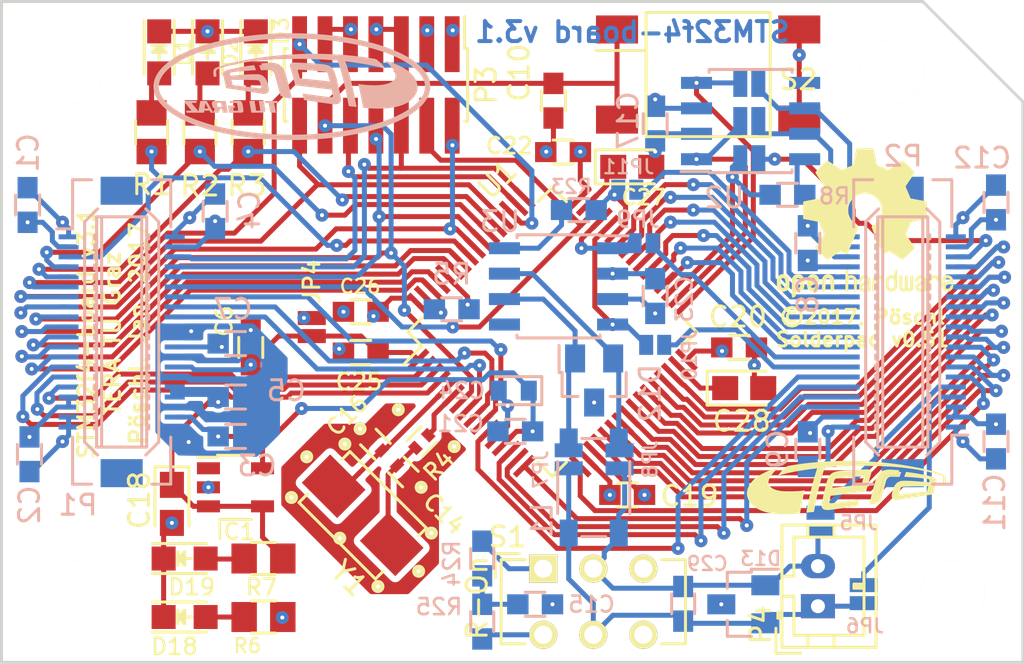
<source format=kicad_pcb>
(kicad_pcb (version 4) (host pcbnew no-vcs-found-product)
  (title_block (title "Processorboard for STM32f4 processor") (date 2017-01-06) (rev 3.1) (company "TERA TU Graz") (comment 1 "Rene Pöschl"))
  (layers (0 F.Cu signal) (1 In1.Cu signal hide) (2 In2.Cu signal hide) (31 B.Cu signal) (34 B.Paste user) (35 F.Paste user) (36 B.SilkS user hide) (37 F.SilkS user hide) (38 B.Mask user) (39 F.Mask user) (44 Edge.Cuts user))
  (net 0 "")
  (net 1 /CAN_connect/CAN1/CAN-)
  (net 2 /CAN_connect/CAN1/CAN+)
  (net 3 GND)
  (net 4 /CAN_connect/CAN1_L)
  (net 5 /CAN_connect/CAN1_H)
  (net 6 "Net-(R25-Pad1)")
  (net 7 "Net-(C15-Pad1)")
  (net 8 "/PC12(LED3)")
  (net 9 "Net-(D1-Pad2)")
  (net 10 "/PD2(LED2)")
  (net 11 "Net-(D2-Pad2)")
  (net 12 "/PB5(LED1)")
  (net 13 "Net-(D3-Pad2)")
  (net 14 +3V3)
  (net 15 "Net-(D18-Pad2)")
  (net 16 +5V)
  (net 17 "Net-(D19-Pad2)")
  (net 18 "Net-(R23-Pad1)")
  (net 19 /PA10/CAN1_RS)
  (net 20 "Net-(R24-Pad1)")
  (net 21 "Net-(R4-Pad1)")
  (net 22 "Net-(C14-Pad1)")
  (net 23 VDDA)
  (net 24 "Net-(C16-Pad1)")
  (net 25 /~RST)
  (net 26 VBAT)
  (net 27 /PB13/CAN2_TX)
  (net 28 /CAN2-H_OR_PB13)
  (net 29 /PB12/CAN2_RX)
  (net 30 /CAN2-L_OR_PB12)
  (net 31 /PB14/CAN2_RS)
  (net 32 /CAN2_RS_OR_PB14)
  (net 33 /PC13)
  (net 34 /PC14)
  (net 35 /PC15)
  (net 36 /PC0)
  (net 37 /PC1)
  (net 38 /PC2)
  (net 39 /PC3)
  (net 40 /PA0)
  (net 41 /PA1)
  (net 42 /PA2)
  (net 43 /PA3)
  (net 44 /PA4)
  (net 45 /PA5)
  (net 46 /PA6)
  (net 47 /PA7)
  (net 48 /PC4)
  (net 49 /PC5)
  (net 50 /PB0)
  (net 51 /PB1)
  (net 52 /PB2)
  (net 53 /PB10)
  (net 54 /PB11)
  (net 55 /PB15)
  (net 56 /PC6)
  (net 57 /PC7)
  (net 58 /PC8)
  (net 59 /PC9)
  (net 60 /PA8)
  (net 61 /PA9)
  (net 62 /CAN_connect/CAN1_RX)
  (net 63 /CAN_connect/CAN1_TX)
  (net 64 /JTMS)
  (net 65 /JTCK)
  (net 66 /JTDI)
  (net 67 /DebugTXD)
  (net 68 /DebugRXD)
  (net 69 /JTDO)
  (net 70 /~JTRST)
  (net 71 /PB6)
  (net 72 /PB7)
  (net 73 /PB8)
  (net 74 /PB9)
  (net 75 "Net-(U2-Pad5)")
  (net 76 "Net-(U3-Pad5)")
  (net 77 /CAN1-H_opt)
  (net 78 /CAN1-L_opt)
  (net 79 "Net-(R8-Pad1)")
  (net 80 "Net-(S1-Pad3)")
  (net 81 "Net-(S1-Pad6)")
  (net 82 /Boot0)
  (net 83 "Net-(C27-Pad1)")
  (net 84 "Net-(C28-Pad1)")
  (net 85 /Ext_PA12_CAN1_TX)
  (net 86 /Ext_PA11_CAN1_RX)
  (net 87 /Ext_PA10)
  (module tera_rlc:C_0603in (layer F.Cu) (at 116.946 125.772 90)
    (fp_text reference C6)
    (fp_text value 100n)
    (fp_text user %R (at 1.312 -1.326 90) (layer F.SilkS) (effects (font (size 0.8 0.8) (thickness 0.13))))
    (pad 1 smd rect (at -0.865 0 90) (size 1.07 1) (layers F.Cu F.Paste F.Mask) (net 26 VBAT))
    (pad 2 smd rect (at 0.865 0 90) (size 1.07 1) (layers F.Cu F.Paste F.Mask) (net 3 GND))
  )
  (module tera_rlc:C_0603in (layer F.Cu) (at 141.33 125.772 180)
    (fp_text reference C20)
    (fp_text value 100n)
    (fp_text user %R (at 0.0635 1.524 180) (layer F.SilkS))
    (pad 1 smd rect (at -0.865 0 180) (size 1.07 1) (layers F.Cu F.Paste F.Mask) (net 3 GND))
    (pad 2 smd rect (at 0.865 0 180) (size 1.07 1) (layers F.Cu F.Paste F.Mask) (net 14 +3V3))
  )
  (module tera_rlc:C_0603in (layer B.Cu) (at 130.154 129.963)
    (fp_text reference C21)
    (fp_text value 100n)
    (fp_text user %R (at -2.7305 -0.381) (layer B.SilkS) (effects (font (size 0.8 0.8) (thickness 0.13)) (justify mirror)))
    (pad 1 smd rect (at -0.865 0) (size 1.07 1) (layers B.Cu B.Paste B.Mask) (net 3 GND))
    (pad 2 smd rect (at 0.865 0) (size 1.07 1) (layers B.Cu B.Paste B.Mask) (net 23 VDDA))
  )
  (module tera_rlc:C_0603in (layer F.Cu) (at 132.5416 116.0184)
    (fp_text reference C22)
    (fp_text value 100n)
    (fp_text user %R (at -2.6916 -0.3084) (layer F.SilkS) (effects (font (size 0.8 0.8) (thickness 0.14))))
    (pad 1 smd rect (at -0.865 0) (size 1.07 1) (layers F.Cu F.Paste F.Mask) (net 3 GND))
    (pad 2 smd rect (at 0.865 0) (size 1.07 1) (layers F.Cu F.Paste F.Mask) (net 14 +3V3))
  )
  (module Mounting_Holes:MountingHole_3.2mm_M3 (layer F.Cu) (at 149 112)
    (fp_text reference REF** hide)
    (fp_text value MountingHole_3.2mm_M3 hide)
    (pad 1 np_thru_hole circle (at 0 0) (size 3.2 3.2) (drill 3.2) (layers *.Cu *.Mask F.SilkS))
  )
  (module Mounting_Holes:MountingHole_3.2mm_M3 (layer F.Cu) (at 152 138)
    (fp_text reference REF** hide)
    (fp_text value MountingHole_3.2mm_M3 hide)
    (pad 1 np_thru_hole circle (at 0 0) (size 3.2 3.2) (drill 3.2) (layers *.Cu *.Mask F.SilkS))
  )
  (module Mounting_Holes:MountingHole_3.2mm_M3 (layer F.Cu) (at 108 138)
    (fp_text reference REF** hide)
    (fp_text value MountingHole_3.2mm_M3 hide)
    (pad 1 np_thru_hole circle (at 0 0) (size 3.2 3.2) (drill 3.2) (layers *.Cu *.Mask F.SilkS))
  )
  (module Mounting_Holes:MountingHole_3.2mm_M3 (layer F.Cu) (at 108 112)
    (fp_text reference REF** hide)
    (fp_text value MountingHole_3.2mm_M3 hide)
    (pad 1 np_thru_hole circle (at 0 0) (size 3.2 3.2) (drill 3.2) (layers *.Cu *.Mask F.SilkS))
  )
  (module tera_sot:SOT-23 (layer B.Cu) (at 134.091 127.423)
    (fp_text reference D12)
    (fp_text value SUPPRESSOR)
    (fp_text user %R (at 2.794 0.635 90) (layer B.SilkS) (effects (justify mirror)))
    (pad 1 smd rect (at -0.95 -1.1) (size 1 1.4) (layers B.Cu B.Paste B.Mask) (net 1 /CAN_connect/CAN1/CAN-))
    (pad 2 smd rect (at 0.95 -1.1) (size 1 1.4) (layers B.Cu B.Paste B.Mask) (net 2 /CAN_connect/CAN1/CAN+))
    (pad 3 smd rect (at 0 1.1) (size 1 1.4) (layers B.Cu B.Paste B.Mask) (net 3 GND))
  )
  (module tera_sot:SOT-23 (layer B.Cu) (at 141.541 138.599 270)
    (fp_text reference D13)
    (fp_text value SUPPRESSOR)
    (fp_text user %R (at -2.286 -0.8685) (layer B.SilkS) (effects (font (size 0.7 0.7) (thickness 0.12)) (justify mirror)))
    (pad 1 smd rect (at -0.95 -1.1 270) (size 1 1.4) (layers B.Cu B.Paste B.Mask) (net 5 /CAN_connect/CAN1_H))
    (pad 2 smd rect (at 0.95 -1.1 270) (size 1 1.4) (layers B.Cu B.Paste B.Mask) (net 4 /CAN_connect/CAN1_L))
    (pad 3 smd rect (at 0 1.1 270) (size 1 1.4) (layers B.Cu B.Paste B.Mask) (net 3 GND))
  )
  (module tera_rlc:R_0805in (layer F.Cu) (at 111.993 115.028 90)
    (fp_text reference R1)
    (fp_text value 3k3)
    (fp_text user %R (at -2.616 0 180) (layer F.SilkS))
    (pad 1 smd rect (at -0.965 0 90) (size 1.27 1.5) (layers F.Cu F.Paste F.Mask) (net 12 "/PB5(LED1)"))
    (pad 2 smd rect (at 0.965 0 90) (size 1.27 1.5) (layers F.Cu F.Paste F.Mask) (net 9 "Net-(D1-Pad2)"))
  )
  (module tera_rlc:R_0805in (layer F.Cu) (at 114.406 115.028 90)
    (fp_text reference R2)
    (fp_text value 3k3)
    (fp_text user %R (at -2.6795 0 180) (layer F.SilkS))
    (pad 1 smd rect (at -0.965 0 90) (size 1.27 1.5) (layers F.Cu F.Paste F.Mask) (net 10 "/PD2(LED2)"))
    (pad 2 smd rect (at 0.965 0 90) (size 1.27 1.5) (layers F.Cu F.Paste F.Mask) (net 11 "Net-(D2-Pad2)"))
  )
  (module tera_rlc:R_0805in (layer F.Cu) (at 116.819 115.028 90)
    (fp_text reference R3)
    (fp_text value 3k3)
    (fp_text user %R (at -2.6668 -0.0635 180) (layer F.SilkS))
    (pad 1 smd rect (at -0.965 0 90) (size 1.27 1.5) (layers F.Cu F.Paste F.Mask) (net 8 "/PC12(LED3)"))
    (pad 2 smd rect (at 0.965 0 90) (size 1.27 1.5) (layers F.Cu F.Paste F.Mask) (net 13 "Net-(D3-Pad2)"))
  )
  (module tera_rlc:R_0805in (layer F.Cu) (at 117.581 139.234 180)
    (fp_text reference R6)
    (fp_text value 3k3)
    (fp_text user %R (at 0.8001 -1.4351 180) (layer F.SilkS) (effects (font (size 0.7 0.7) (thickness 0.12))))
    (pad 1 smd rect (at -0.965 0 180) (size 1.27 1.5) (layers F.Cu F.Paste F.Mask) (net 14 +3V3))
    (pad 2 smd rect (at 0.965 0 180) (size 1.27 1.5) (layers F.Cu F.Paste F.Mask) (net 15 "Net-(D18-Pad2)"))
  )
  (module tera_rlc:R_0805in (layer F.Cu) (at 117.581 136.313 180)
    (fp_text reference R7)
    (fp_text value 5k1)
    (fp_text user %R (at 0.1016 -1.4351 180) (layer F.SilkS) (effects (font (size 0.8 0.8) (thickness 0.13))))
    (pad 1 smd rect (at -0.965 0 180) (size 1.27 1.5) (layers F.Cu F.Paste F.Mask) (net 16 +5V))
    (pad 2 smd rect (at 0.965 0 180) (size 1.27 1.5) (layers F.Cu F.Paste F.Mask) (net 17 "Net-(D19-Pad2)"))
  )
  (module tera_rlc:R_0603in (layer B.Cu) (at 126.979 123.867 180)
    (fp_text reference R5)
    (fp_text value 10k)
    (fp_text user %R (at 0 1.75 180) (layer B.SilkS) (effects (justify mirror)))
    (pad 1 smd rect (at -0.865 0 180) (size 1.07 1) (layers B.Cu B.Paste B.Mask) (net 82 /Boot0))
    (pad 2 smd rect (at 0.865 0 180) (size 1.07 1) (layers B.Cu B.Paste B.Mask) (net 3 GND))
  )
  (module tera_rlc:L_ACT45B-XXX-2P_common-mode-choke (layer B.Cu) (at 134.071 132.768 90)
    (fp_text reference L1)
    (fp_text value CM_CHOKE)
    (fp_text user %R (at -1.64 -2.5835 270) (layer B.SilkS) (effects (justify mirror)))
    (pad 4 smd rect (at -2.275 1.25 90) (size 1.35 0.9) (layers B.Cu B.Paste B.Mask) (net 5 /CAN_connect/CAN1_H))
    (pad 3 smd rect (at 2.275 1.25 90) (size 1.35 0.9) (layers B.Cu B.Paste B.Mask) (net 2 /CAN_connect/CAN1/CAN+))
    (pad 2 smd rect (at 2.275 -1.25 90) (size 1.35 0.9) (layers B.Cu B.Paste B.Mask) (net 1 /CAN_connect/CAN1/CAN-))
    (pad 1 smd rect (at -2.275 -1.25 90) (size 1.35 0.9) (layers B.Cu B.Paste B.Mask) (net 4 /CAN_connect/CAN1_L))
  )
  (module tera_rlc:C_0603in (layer B.Cu) (at 137.139 114.596 270)
    (fp_text reference C17)
    (fp_text value 100n)
    (fp_text user %R (at -0.156 1.349 270) (layer B.SilkS) (effects (justify mirror)))
    (pad 1 smd rect (at -0.865 0 270) (size 1.07 1) (layers B.Cu B.Paste B.Mask) (net 14 +3V3))
    (pad 2 smd rect (at 0.865 0 270) (size 1.07 1) (layers B.Cu B.Paste B.Mask) (net 3 GND))
  )
  (module tera_rlc:C_0603in (layer B.Cu) (at 154.157 118.533 90)
    (fp_text reference C12)
    (fp_text value 100n)
    (fp_text user %R (at 2.2225 -0.6985 180) (layer B.SilkS) (effects (justify mirror)))
    (pad 1 smd rect (at -0.865 0 90) (size 1.07 1) (layers B.Cu B.Paste B.Mask) (net 14 +3V3))
    (pad 2 smd rect (at 0.865 0 90) (size 1.07 1) (layers B.Cu B.Paste B.Mask) (net 3 GND))
  )
  (module tera_rlc:C_0603in (layer F.Cu) (at 135.742 133.138)
    (fp_text reference C19)
    (fp_text value 100n)
    (fp_text user %R (at 3.1115 0.0635) (layer F.SilkS))
    (pad 1 smd rect (at -0.865 0) (size 1.07 1) (layers F.Cu F.Paste F.Mask) (net 3 GND))
    (pad 2 smd rect (at 0.865 0) (size 1.07 1) (layers F.Cu F.Paste F.Mask) (net 14 +3V3))
  )
  (module tera_rlc:C_0603in (layer B.Cu) (at 137.139 123.208 90)
    (fp_text reference C23)
    (fp_text value 100n)
    (fp_text user %R (at -0.151 1.4605 90) (layer B.SilkS) (effects (font (size 0.8 0.8) (thickness 0.13)) (justify mirror)))
    (pad 1 smd rect (at -0.865 0 90) (size 1.07 1) (layers B.Cu B.Paste B.Mask) (net 14 +3V3))
    (pad 2 smd rect (at 0.865 0 90) (size 1.07 1) (layers B.Cu B.Paste B.Mask) (net 3 GND))
  )
  (module tera_rlc:C_0603in (layer B.Cu) (at 154.157 130.471 270)
    (fp_text reference C11)
    (fp_text value 100n)
    (fp_text user %R (at 3.048 0.0635 90) (layer B.SilkS) (effects (justify mirror)))
    (pad 1 smd rect (at -0.865 0 270) (size 1.07 1) (layers B.Cu B.Paste B.Mask) (net 14 +3V3))
    (pad 2 smd rect (at 0.865 0 270) (size 1.07 1) (layers B.Cu B.Paste B.Mask) (net 3 GND))
  )
  (module tera_rlc:C_0603in (layer F.Cu) (at 132.059 113.453 270)
    (fp_text reference C10)
    (fp_text value 100n)
    (fp_text user %R (at -1.397 1.7145 270) (layer F.SilkS))
    (pad 1 smd rect (at -0.865 0 270) (size 1.07 1) (layers F.Cu F.Paste F.Mask) (net 25 /~RST))
    (pad 2 smd rect (at 0.865 0 270) (size 1.07 1) (layers F.Cu F.Paste F.Mask) (net 3 GND))
  )
  (module tera_rlc:C_0603in (layer B.Cu) (at 144.759 120.565 90)
    (fp_text reference C8)
    (fp_text value 100n)
    (fp_text user %R (at -2.564 0 90) (layer B.SilkS) (effects (justify mirror)))
    (pad 1 smd rect (at -0.865 0 90) (size 1.07 1) (layers B.Cu B.Paste B.Mask) (net 14 +3V3))
    (pad 2 smd rect (at 0.865 0 90) (size 1.07 1) (layers B.Cu B.Paste B.Mask) (net 3 GND))
  )
  (module tera_rlc:C_0603in (layer B.Cu) (at 116.184 125.5815)
    (fp_text reference C7)
    (fp_text value 100n)
    (fp_text user %R (at -0.127 -1.7145) (layer B.SilkS) (effects (justify mirror)))
    (pad 1 smd rect (at -0.865 0) (size 1.07 1) (layers B.Cu B.Paste B.Mask) (net 14 +3V3))
    (pad 2 smd rect (at 0.865 0) (size 1.07 1) (layers B.Cu B.Paste B.Mask) (net 3 GND))
  )
  (module tera_rlc:C_0603in (layer B.Cu) (at 116.184 128.2485)
    (fp_text reference C5)
    (fp_text value 100n)
    (fp_text user %R (at 2.54 -0.3175) (layer B.SilkS) (effects (justify mirror)))
    (pad 1 smd rect (at -0.865 0) (size 1.07 1) (layers B.Cu B.Paste B.Mask) (net 16 +5V))
    (pad 2 smd rect (at 0.865 0) (size 1.07 1) (layers B.Cu B.Paste B.Mask) (net 3 GND))
  )
  (module tera_rlc:C_0603in (layer B.Cu) (at 115.168 118.9775 90)
    (fp_text reference C4)
    (fp_text value 100n)
    (fp_text user %R (at 0.0635 1.7145 270) (layer B.SilkS) (effects (justify mirror)))
    (pad 1 smd rect (at -0.865 0 90) (size 1.07 1) (layers B.Cu B.Paste B.Mask) (net 14 +3V3))
    (pad 2 smd rect (at 0.865 0 90) (size 1.07 1) (layers B.Cu B.Paste B.Mask) (net 3 GND))
  )
  (module tera_rlc:C_0603in (layer B.Cu) (at 116.184 130.217)
    (fp_text reference C3)
    (fp_text value 100n)
    (fp_text user %R (at 1.0795 1.4605) (layer B.SilkS) (effects (justify mirror)))
    (pad 1 smd rect (at -0.865 0) (size 1.07 1) (layers B.Cu B.Paste B.Mask) (net 23 VDDA))
    (pad 2 smd rect (at 0.865 0) (size 1.07 1) (layers B.Cu B.Paste B.Mask) (net 3 GND))
  )
  (module tera_rlc:C_0603in (layer F.Cu) (at 122.439 126.026)
    (fp_text reference C25)
    (fp_text value 100n)
    (fp_text user %R (at -0.0955 1.4605) (layer F.SilkS) (effects (font (size 0.8 0.8) (thickness 0.14))))
    (pad 1 smd rect (at -0.865 0) (size 1.07 1) (layers F.Cu F.Paste F.Mask) (net 3 GND))
    (pad 2 smd rect (at 0.865 0) (size 1.07 1) (layers F.Cu F.Paste F.Mask) (net 26 VBAT))
  )
  (module tera_rlc:C_0603in (layer F.Cu) (at 122.439 123.994)
    (fp_text reference C26)
    (fp_text value 100n)
    (fp_text user %R (at -0.032 -1.27) (layer F.SilkS) (effects (font (size 0.7 0.7) (thickness 0.12))))
    (pad 1 smd rect (at -0.865 0) (size 1.07 1) (layers F.Cu F.Paste F.Mask) (net 3 GND))
    (pad 2 smd rect (at 0.865 0) (size 1.07 1) (layers F.Cu F.Paste F.Mask) (net 14 +3V3))
  )
  (module tera_rlc:C_0603in (layer B.Cu) (at 105.802 118.66 90)
    (fp_text reference C1)
    (fp_text value 100n)
    (fp_text user %R (at 2.6035 0.0315 270) (layer B.SilkS) (effects (justify mirror)))
    (pad 1 smd rect (at -0.865 0 90) (size 1.07 1) (layers B.Cu B.Paste B.Mask) (net 14 +3V3))
    (pad 2 smd rect (at 0.865 0 90) (size 1.07 1) (layers B.Cu B.Paste B.Mask) (net 3 GND))
  )
  (module tera_rlc:C_0603in (layer B.Cu) (at 105.897 131.106 270)
    (fp_text reference C2)
    (fp_text value 100n)
    (fp_text user %R (at 2.54 0 90) (layer B.SilkS) (effects (justify mirror)))
    (pad 1 smd rect (at -0.865 0 270) (size 1.07 1) (layers B.Cu B.Paste B.Mask) (net 14 +3V3))
    (pad 2 smd rect (at 0.865 0 270) (size 1.07 1) (layers B.Cu B.Paste B.Mask) (net 3 GND))
  )
  (module tera_rlc:C_0603in (layer B.Cu) (at 144.759 130.852 270)
    (fp_text reference C9)
    (fp_text value 100n)
    (fp_text user %R (at 0 1.5 270) (layer B.SilkS) (effects (justify mirror)))
    (pad 1 smd rect (at -0.865 0 270) (size 1.07 1) (layers B.Cu B.Paste B.Mask) (net 14 +3V3))
    (pad 2 smd rect (at 0.865 0 270) (size 1.07 1) (layers B.Cu B.Paste B.Mask) (net 3 GND))
  )
  (module tera_diodes:LED_0805 (layer F.Cu) (at 113.644 136.313)
    (fp_text reference D19)
    (fp_text value 5v_ok)
    (fp_text user %R (at 0.3556 1.4224) (layer F.SilkS) (effects (font (size 0.8 0.8) (thickness 0.13))))
    (pad 2 smd rect (at 1.04902 0 180) (size 1.19888 1.19888) (layers F.Cu F.Paste F.Mask) (net 17 "Net-(D19-Pad2)"))
    (pad 1 smd rect (at -1.04902 0 180) (size 1.19888 1.19888) (layers F.Cu F.Paste F.Mask) (net 3 GND))
  )
  (module tera_diodes:LED_0805 (layer F.Cu) (at 113.644 139.234)
    (fp_text reference D18)
    (fp_text value 3v3_ok)
    (fp_text user %R (at -0.508 1.4732) (layer F.SilkS) (effects (font (size 0.8 0.8) (thickness 0.13))))
    (pad 2 smd rect (at 1.04902 0 180) (size 1.19888 1.19888) (layers F.Cu F.Paste F.Mask) (net 15 "Net-(D18-Pad2)"))
    (pad 1 smd rect (at -1.04902 0 180) (size 1.19888 1.19888) (layers F.Cu F.Paste F.Mask) (net 3 GND))
  )
  (module tera_diodes:LED_0805 (layer F.Cu) (at 117.2 111.04 270)
    (fp_text reference D3)
    (fp_text value LED3)
    (fp_text user %R (at -1.0668 -1.27 270) (layer F.SilkS) (effects (font (size 0.7 0.7) (thickness 0.12))))
    (pad 2 smd rect (at 1.04902 0 90) (size 1.19888 1.19888) (layers F.Cu F.Paste F.Mask) (net 13 "Net-(D3-Pad2)"))
    (pad 1 smd rect (at -1.04902 0 90) (size 1.19888 1.19888) (layers F.Cu F.Paste F.Mask) (net 3 GND))
  )
  (module tera_diodes:LED_0805 (layer F.Cu) (at 114.787 111.04 270)
    (fp_text reference D2)
    (fp_text value LED2)
    (fp_text user %R (at 0.0635 -1.143 270) (layer F.SilkS) (effects (font (size 0.7 0.7) (thickness 0.12))))
    (pad 2 smd rect (at 1.04902 0 90) (size 1.19888 1.19888) (layers F.Cu F.Paste F.Mask) (net 11 "Net-(D2-Pad2)"))
    (pad 1 smd rect (at -1.04902 0 90) (size 1.19888 1.19888) (layers F.Cu F.Paste F.Mask) (net 3 GND))
  )
  (module tera_diodes:LED_0805 (layer F.Cu) (at 112.374 111.04 270)
    (fp_text reference D1)
    (fp_text value LED1)
    (fp_text user %R (at 0 -1.2065 270) (layer F.SilkS) (effects (font (size 0.7 0.7) (thickness 0.12))))
    (pad 2 smd rect (at 1.04902 0 90) (size 1.19888 1.19888) (layers F.Cu F.Paste F.Mask) (net 9 "Net-(D1-Pad2)"))
    (pad 1 smd rect (at -1.04902 0 90) (size 1.19888 1.19888) (layers F.Cu F.Paste F.Mask) (net 3 GND))
  )
  (module tera_atomic_ic:SN65HVD230 (layer B.Cu) (at 141.903 114.469)
    (fp_text reference U2)
    (fp_text value SN65HVD230)
    (fp_text user %R (at -1.313 3.831) (layer B.SilkS) (effects (justify mirror)))
    (pad 1 smd rect (at -2.7 1.905) (size 1.55 0.6) (layers B.Cu B.Paste B.Mask) (net 27 /PB13/CAN2_TX))
    (pad 2 smd rect (at -2.7 0.635) (size 1.55 0.6) (layers B.Cu B.Paste B.Mask) (net 3 GND))
    (pad 3 smd rect (at -2.7 -0.635) (size 1.55 0.6) (layers B.Cu B.Paste B.Mask) (net 14 +3V3))
    (pad 4 smd rect (at -2.7 -1.905) (size 1.55 0.6) (layers B.Cu B.Paste B.Mask) (net 29 /PB12/CAN2_RX))
    (pad 5 smd rect (at 2.7 -1.905) (size 1.55 0.6) (layers B.Cu B.Paste B.Mask) (net 75 "Net-(U2-Pad5)"))
    (pad 6 smd rect (at 2.7 -0.635) (size 1.55 0.6) (layers B.Cu B.Paste B.Mask) (net 30 /CAN2-L_OR_PB12))
    (pad 7 smd rect (at 2.7 0.635) (size 1.55 0.6) (layers B.Cu B.Paste B.Mask) (net 28 /CAN2-H_OR_PB13))
    (pad 8 smd rect (at 2.7 1.905) (size 1.55 0.6) (layers B.Cu B.Paste B.Mask) (net 79 "Net-(R8-Pad1)"))
  )
  (module tera_atomic_ic:SN65HVD230 (layer B.Cu) (at 132.313 122.724 180)
    (fp_text reference U3)
    (fp_text value SN65HVD230)
    (fp_text user %R (at 2.921 3.2385 180) (layer B.SilkS) (effects (justify mirror)))
    (pad 1 smd rect (at -2.7 1.905 180) (size 1.55 0.6) (layers B.Cu B.Paste B.Mask) (net 63 /CAN_connect/CAN1_TX))
    (pad 2 smd rect (at -2.7 0.635 180) (size 1.55 0.6) (layers B.Cu B.Paste B.Mask) (net 3 GND))
    (pad 3 smd rect (at -2.7 -0.635 180) (size 1.55 0.6) (layers B.Cu B.Paste B.Mask) (net 14 +3V3))
    (pad 4 smd rect (at -2.7 -1.905 180) (size 1.55 0.6) (layers B.Cu B.Paste B.Mask) (net 62 /CAN_connect/CAN1_RX))
    (pad 5 smd rect (at 2.7 -1.905 180) (size 1.55 0.6) (layers B.Cu B.Paste B.Mask) (net 76 "Net-(U3-Pad5)"))
    (pad 6 smd rect (at 2.7 -0.635 180) (size 1.55 0.6) (layers B.Cu B.Paste B.Mask) (net 1 /CAN_connect/CAN1/CAN-))
    (pad 7 smd rect (at 2.7 0.635 180) (size 1.55 0.6) (layers B.Cu B.Paste B.Mask) (net 2 /CAN_connect/CAN1/CAN+))
    (pad 8 smd rect (at 2.7 1.905 180) (size 1.55 0.6) (layers B.Cu B.Paste B.Mask) (net 18 "Net-(R23-Pad1)"))
  )
  (module tera_atomic_ic:LM4132A (layer F.Cu) (at 116.184 132.757)
    (fp_text reference IC1)
    (fp_text value LM4132A-3.3)
    (fp_text user %R (at 0 2.2098) (layer F.SilkS) (effects (font (size 0.8 0.8) (thickness 0.13))))
    (pad 1 smd rect (at -1.35 -0.95) (size 1.15 0.6) (layers F.Cu F.Paste F.Mask))
    (pad 2 smd rect (at -1.35 0) (size 1.15 0.6) (layers F.Cu F.Paste F.Mask) (net 3 GND))
    (pad 3 smd rect (at -1.35 0.95) (size 1.15 0.6) (layers F.Cu F.Paste F.Mask) (net 16 +5V))
    (pad 4 smd rect (at 1.35 0.95) (size 1.15 0.6) (layers F.Cu F.Paste F.Mask) (net 16 +5V))
    (pad 5 smd rect (at 1.35 -0.95) (size 1.15 0.6) (layers F.Cu F.Paste F.Mask) (net 23 VDDA))
  )
  (module tera_Connectors_JST:JST_PH_B2B-PH-K_02x2.00mm_Straight (layer F.Cu) (at 145.267 138.694 90)
    (fp_text reference P4)
    (fp_text value CAN_CON_2pol)
    (fp_text user %R (at -0.921 -2.8575 90) (layer F.SilkS))
    (pad 1 thru_hole rect (at 0 0 90) (size 1.2 1.7) (drill 0.7) (layers *.Cu *.Mask) (net 4 /CAN_connect/CAN1_L))
    (pad 2 thru_hole oval (at 2 0 90) (size 1.2 1.7) (drill 0.7) (layers *.Cu *.Mask) (net 5 /CAN_connect/CAN1_H))
  )
  (module tera_rlc:R_0603in (layer B.Cu) (at 138.536 138.575 270)
    (fp_text reference C29)
    (fp_text value 100p)
    (fp_text user %R (at -2.008 -1.2065 180) (layer B.SilkS) (effects (font (size 0.7 0.7) (thickness 0.12)) (justify mirror)))
    (pad 1 smd rect (at -0.865 0 270) (size 1.07 1) (layers B.Cu B.Paste B.Mask) (net 5 /CAN_connect/CAN1_H))
    (pad 2 smd rect (at 0.865 0 270) (size 1.07 1) (layers B.Cu B.Paste B.Mask) (net 4 /CAN_connect/CAN1_L))
  )
  (module tera_rlc:R_0603in (layer B.Cu) (at 128.503 136.313 270)
    (fp_text reference R24)
    (fp_text value 60R)
    (fp_text user %R (at 0.254 1.524 270) (layer B.SilkS) (effects (font (size 0.8 0.8) (thickness 0.13)) (justify mirror)))
    (pad 1 smd rect (at -0.865 0 270) (size 1.07 1) (layers B.Cu B.Paste B.Mask) (net 20 "Net-(R24-Pad1)"))
    (pad 2 smd rect (at 0.865 0 270) (size 1.07 1) (layers B.Cu B.Paste B.Mask) (net 7 "Net-(C15-Pad1)"))
  )
  (module tera_rlc:R_0603in (layer B.Cu) (at 128.503 139.464 90)
    (fp_text reference R25)
    (fp_text value 60R)
    (fp_text user %R (at 0.738 -2.159 180) (layer B.SilkS) (effects (font (size 0.8 0.8) (thickness 0.13)) (justify mirror)))
    (pad 1 smd rect (at -0.865 0 90) (size 1.07 1) (layers B.Cu B.Paste B.Mask) (net 6 "Net-(R25-Pad1)"))
    (pad 2 smd rect (at 0.865 0 90) (size 1.07 1) (layers B.Cu B.Paste B.Mask) (net 7 "Net-(C15-Pad1)"))
  )
  (module tera_rlc:C_0603in (layer B.Cu) (at 131.146 138.599)
    (fp_text reference C15)
    (fp_text value 47n)
    (fp_text user %R (at 2.818 0) (layer B.SilkS) (effects (font (size 0.8 0.8) (thickness 0.13)) (justify mirror)))
    (pad 1 smd rect (at -0.865 0) (size 1.07 1) (layers B.Cu B.Paste B.Mask) (net 7 "Net-(C15-Pad1)"))
    (pad 2 smd rect (at 0.865 0) (size 1.07 1) (layers B.Cu B.Paste B.Mask) (net 3 GND))
  )
  (module tera_rlc:R_0603in (layer B.Cu) (at 143.743 118.152 180)
    (fp_text reference R8)
    (fp_text value 56k)
    (fp_text user %R (at -2.3495 -0.0635 180) (layer B.SilkS) (effects (font (size 0.8 0.8) (thickness 0.13)) (justify mirror)))
    (pad 1 smd rect (at -0.865 0 180) (size 1.07 1) (layers B.Cu B.Paste B.Mask) (net 79 "Net-(R8-Pad1)"))
    (pad 2 smd rect (at 0.865 0 180) (size 1.07 1) (layers B.Cu B.Paste B.Mask) (net 31 /PB14/CAN2_RS))
  )
  (module footprints_stm32f4_board:Via (layer F.Cu) (at 124.312 128.8835)
    (fp_text reference x1 hide)
    (fp_text value gnd_contact hide)
    (pad 1 thru_hole circle (at 0 0) (size 0.65 0.65) (drill 0.2) (layers *.Cu *.Mask F.SilkS) (net 3 GND))
  )
  (module footprints_stm32f4_board:Via (layer F.Cu) (at 127.106 130.725)
    (fp_text reference x2 hide)
    (fp_text value gnd_contact hide)
    (pad 1 thru_hole circle (at 0 0) (size 0.65 0.65) (drill 0.2) (layers *.Cu *.Mask F.SilkS) (net 3 GND))
  )
  (module footprints_stm32f4_board:Via (layer F.Cu) (at 121.645 130.598)
    (fp_text reference x3 hide)
    (fp_text value gnd_contact hide)
    (pad 1 thru_hole circle (at 0 0) (size 0.65 0.65) (drill 0.2) (layers *.Cu *.Mask F.SilkS) (net 3 GND))
  )
  (module footprints_stm32f4_board:Via (layer F.Cu) (at 119.74 131.233)
    (fp_text reference x4 hide)
    (fp_text value gnd_contact hide)
    (pad 1 thru_hole circle (at 0 0) (size 0.65 0.65) (drill 0.2) (layers *.Cu *.Mask F.SilkS) (net 3 GND))
  )
  (module footprints_stm32f4_board:Via (layer F.Cu) (at 123.296 137.71)
    (fp_text reference x5 hide)
    (fp_text value gnd_contact hide)
    (pad 1 thru_hole circle (at 0 0) (size 0.65 0.65) (drill 0.2) (layers *.Cu *.Mask F.SilkS) (net 3 GND))
  )
  (module footprints_stm32f4_board:Via (layer F.Cu) (at 118.978 133.265)
    (fp_text reference x6 hide)
    (fp_text value gnd_contact hide)
    (pad 1 thru_hole circle (at 0 0) (size 0.65 0.65) (drill 0.2) (layers *.Cu *.Mask F.SilkS) (net 3 GND))
  )
  (module footprints_stm32f4_board:Via (layer F.Cu) (at 125.328 136.948)
    (fp_text reference x7 hide)
    (fp_text value gnd_contact hide)
    (pad 1 thru_hole circle (at 0 0) (size 0.65 0.65) (drill 0.2) (layers *.Cu *.Mask F.SilkS) (net 3 GND))
  )
  (module footprints_stm32f4_board:Via (layer F.Cu) (at 125.963 135.043)
    (fp_text reference x8 hide)
    (fp_text value gnd_contact hide)
    (pad 1 thru_hole circle (at 0 0) (size 0.65 0.65) (drill 0.2) (layers *.Cu *.Mask F.SilkS) (net 3 GND))
  )
  (module tera_rlc:R_0603in (layer B.Cu) (at 133.329 118.914)
    (fp_text reference R23)
    (fp_text value 56k)
    (fp_text user %R (at -0.379 -1.174) (layer B.SilkS) (effects (font (size 0.7 0.7) (thickness 0.12)) (justify mirror)))
    (pad 1 smd rect (at -0.865 0) (size 1.07 1) (layers B.Cu B.Paste B.Mask) (net 18 "Net-(R23-Pad1)"))
    (pad 2 smd rect (at 0.865 0) (size 1.07 1) (layers B.Cu B.Paste B.Mask) (net 19 /PA10/CAN1_RS))
  )
  (module tera_Connectors_other:DF17-40DS-0.5V (layer B.Cu) (at 149.5 125 180)
    (fp_text reference P2)
    (fp_text value Right)
    (fp_text user %R (at -0.0088 8.7784 180) (layer B.SilkS) (effects (justify mirror)))
    (pad "" smd rect (at 0 7.05 180) (size 2.1 1.4) (layers B.Cu B.Paste B.Mask))
    (pad "" smd rect (at 0 -7.05 180) (size 2.1 1.4) (layers B.Cu B.Paste B.Mask))
    (pad "" np_thru_hole circle (at 1.9 6 180) (size 0.6 0.6) (drill 0.6) (layers *.Cu))
    (pad "" np_thru_hole circle (at 1.9 -6 180) (size 0.6 0.6) (drill 0.6) (layers *.Cu))
    (pad 30 smd rect (at 2.65 0.25 180) (size 1 0.25) (layers B.Cu B.Paste B.Mask) (net 57 /PC7))
    (pad 1 smd rect (at -2.65 -4.75 180) (size 1 0.25) (layers B.Cu B.Paste B.Mask) (net 3 GND))
    (pad 2 smd rect (at -2.65 -4.25 180) (size 1 0.25) (layers B.Cu B.Paste B.Mask) (net 14 +3V3))
    (pad 3 smd rect (at -2.65 -3.75 180) (size 1 0.25) (layers B.Cu B.Paste B.Mask) (net 14 +3V3))
    (pad 4 smd rect (at -2.65 -3.25 180) (size 1 0.25) (layers B.Cu B.Paste B.Mask) (net 78 /CAN1-L_opt))
    (pad 5 smd rect (at -2.65 -2.75 180) (size 1 0.25) (layers B.Cu B.Paste B.Mask) (net 77 /CAN1-H_opt))
    (pad 6 smd rect (at -2.65 -2.25 180) (size 1 0.25) (layers B.Cu B.Paste B.Mask) (net 43 /PA3))
    (pad 7 smd rect (at -2.65 -1.75 180) (size 1 0.25) (layers B.Cu B.Paste B.Mask) (net 44 /PA4))
    (pad 8 smd rect (at -2.65 -1.25 180) (size 1 0.25) (layers B.Cu B.Paste B.Mask) (net 45 /PA5))
    (pad 9 smd rect (at -2.65 -0.75 180) (size 1 0.25) (layers B.Cu B.Paste B.Mask) (net 46 /PA6))
    (pad 10 smd rect (at -2.65 -0.25 180) (size 1 0.25) (layers B.Cu B.Paste B.Mask) (net 47 /PA7))
    (pad 11 smd rect (at -2.65 0.25 180) (size 1 0.25) (layers B.Cu B.Paste B.Mask) (net 48 /PC4))
    (pad 12 smd rect (at -2.65 0.75 180) (size 1 0.25) (layers B.Cu B.Paste B.Mask) (net 49 /PC5))
    (pad 13 smd rect (at -2.65 1.25 180) (size 1 0.25) (layers B.Cu B.Paste B.Mask) (net 50 /PB0))
    (pad 14 smd rect (at -2.65 1.75 180) (size 1 0.25) (layers B.Cu B.Paste B.Mask) (net 51 /PB1))
    (pad 15 smd rect (at -2.65 2.25 180) (size 1 0.25) (layers B.Cu B.Paste B.Mask) (net 52 /PB2))
    (pad 16 smd rect (at -2.65 2.75 180) (size 1 0.25) (layers B.Cu B.Paste B.Mask) (net 53 /PB10))
    (pad 17 smd rect (at -2.65 3.25 180) (size 1 0.25) (layers B.Cu B.Paste B.Mask) (net 54 /PB11))
    (pad 18 smd rect (at -2.65 3.75 180) (size 1 0.25) (layers B.Cu B.Paste B.Mask) (net 32 /CAN2_RS_OR_PB14))
    (pad 19 smd rect (at -2.65 4.25 180) (size 1 0.25) (layers B.Cu B.Paste B.Mask) (net 14 +3V3))
    (pad 20 smd rect (at -2.65 4.75 180) (size 1 0.25) (layers B.Cu B.Paste B.Mask) (net 3 GND))
    (pad 21 smd rect (at 2.65 4.75 180) (size 1 0.25) (layers B.Cu B.Paste B.Mask) (net 30 /CAN2-L_OR_PB12))
    (pad 22 smd rect (at 2.65 4.25 180) (size 1 0.25) (layers B.Cu B.Paste B.Mask) (net 28 /CAN2-H_OR_PB13))
    (pad 23 smd rect (at 2.65 3.75 180) (size 1 0.25) (layers B.Cu B.Paste B.Mask) (net 3 GND))
    (pad 24 smd rect (at 2.65 3.25 180) (size 1 0.25) (layers B.Cu B.Paste B.Mask) (net 14 +3V3))
    (pad 25 smd rect (at 2.65 2.75 180) (size 1 0.25) (layers B.Cu B.Paste B.Mask) (net 87 /Ext_PA10))
    (pad 26 smd rect (at 2.65 2.25 180) (size 1 0.25) (layers B.Cu B.Paste B.Mask) (net 61 /PA9))
    (pad 27 smd rect (at 2.65 1.75 180) (size 1 0.25) (layers B.Cu B.Paste B.Mask) (net 60 /PA8))
    (pad 28 smd rect (at 2.65 1.25 180) (size 1 0.25) (layers B.Cu B.Paste B.Mask) (net 59 /PC9))
    (pad 29 smd rect (at 2.65 0.75 180) (size 1 0.25) (layers B.Cu B.Paste B.Mask) (net 58 /PC8))
    (pad 31 smd rect (at 2.65 -0.25 180) (size 1 0.25) (layers B.Cu B.Paste B.Mask) (net 56 /PC6))
    (pad 32 smd rect (at 2.65 -0.75 180) (size 1 0.25) (layers B.Cu B.Paste B.Mask) (net 55 /PB15))
    (pad 33 smd rect (at 2.65 -1.25 180) (size 1 0.25) (layers B.Cu B.Paste B.Mask) (net 85 /Ext_PA12_CAN1_TX))
    (pad 34 smd rect (at 2.65 -1.75 180) (size 1 0.25) (layers B.Cu B.Paste B.Mask) (net 86 /Ext_PA11_CAN1_RX))
    (pad 35 smd rect (at 2.65 -2.25 180) (size 1 0.25) (layers B.Cu B.Paste B.Mask) (net 39 /PC3))
    (pad 36 smd rect (at 2.65 -2.75 180) (size 1 0.25) (layers B.Cu B.Paste B.Mask) (net 40 /PA0))
    (pad 37 smd rect (at 2.65 -3.25 180) (size 1 0.25) (layers B.Cu B.Paste B.Mask) (net 41 /PA1))
    (pad 38 smd rect (at 2.65 -3.75 180) (size 1 0.25) (layers B.Cu B.Paste B.Mask) (net 42 /PA2))
    (pad 39 smd rect (at 2.65 -4.25 180) (size 1 0.25) (layers B.Cu B.Paste B.Mask) (net 14 +3V3))
    (pad 40 smd rect (at 2.65 -4.75 180) (size 1 0.25) (layers B.Cu B.Paste B.Mask) (net 3 GND))
  )
  (module tera_switches:button_6x6mm (layer F.Cu) (at 139.784 112.147)
    (fp_text reference S2)
    (fp_text value Button_NO_01x02)
    (fp_text user %R (at 4.5085 0.254) (layer F.SilkS))
    (pad 1 smd rect (at -4.55 -2.25) (size 2.1 1.4) (layers F.Cu F.Paste F.Mask) (net 25 /~RST))
    (pad 2 smd rect (at -4.55 2.25) (size 2.1 1.4) (layers F.Cu F.Paste F.Mask) (net 25 /~RST))
    (pad 3 smd rect (at 4.55 2.25) (size 2.1 1.4) (layers F.Cu F.Paste F.Mask) (net 3 GND))
    (pad 4 smd rect (at 4.55 -2.25) (size 2.1 1.4) (layers F.Cu F.Paste F.Mask) (net 3 GND))
  )
  (module tera_switches:CuK_JS202011CQN_DPDT (layer F.Cu) (at 131.551 136.821)
    (fp_text reference S1)
    (fp_text value Switch_CAN_R)
    (fp_text user %R (at -1.778 -1.5875) (layer F.SilkS))
    (pad 1 thru_hole rect (at 0 0) (size 1.4 1.4) (drill 0.9) (layers *.Cu *.Mask F.SilkS) (net 20 "Net-(R24-Pad1)"))
    (pad 2 thru_hole circle (at 2.5 0) (size 1.4 1.4) (drill 0.9) (layers *.Cu *.Mask F.SilkS) (net 5 /CAN_connect/CAN1_H))
    (pad 3 thru_hole circle (at 5 0) (size 1.4 1.4) (drill 0.9) (layers *.Cu *.Mask F.SilkS) (net 80 "Net-(S1-Pad3)"))
    (pad 4 thru_hole circle (at 0 3.3) (size 1.4 1.4) (drill 0.9) (layers *.Cu *.Mask F.SilkS) (net 6 "Net-(R25-Pad1)"))
    (pad 5 thru_hole circle (at 2.5 3.3) (size 1.4 1.4) (drill 0.9) (layers *.Cu *.Mask F.SilkS) (net 4 /CAN_connect/CAN1_L))
    (pad 6 thru_hole circle (at 5 3.3) (size 1.4 1.4) (drill 0.9) (layers *.Cu *.Mask F.SilkS) (net 81 "Net-(S1-Pad6)"))
  )
  (module Symbols:OSHW-Logo2_9.8x8mm_SilkScreen (layer F.Cu) (at 147.6165 119.549)
    (fp_text reference REF*** hide)
    (fp_text value OSHW-Logo2_9.8x8mm_SilkScreen hide)
  )
  (module tera_Connectors_other:Samtec_FTSH-107-01-L-DV-K (layer F.Cu) (at 123.1944 112.6656 270)
    (fp_text reference P3)
    (fp_text value TERA_Debug_14pol)
    (fp_text user %R (at 0 -5.5 270) (layer F.SilkS))
    (pad 1 smd rect (at -2.035 -3.81 270) (size 2.79 0.74) (layers F.Cu F.Paste F.Mask) (net 3 GND))
    (pad 2 smd rect (at 2.035 -3.81 270) (size 2.79 0.74) (layers F.Cu F.Paste F.Mask) (net 70 /~JTRST))
    (pad 3 smd rect (at -2.035 -2.54 270) (size 2.79 0.74) (layers F.Cu F.Paste F.Mask) (net 14 +3V3))
    (pad 4 smd rect (at 2.035 -2.54 270) (size 2.79 0.74) (layers F.Cu F.Paste F.Mask) (net 64 /JTMS))
    (pad 5 smd rect (at -2.035 -1.27 270) (size 2.79 0.74) (layers F.Cu F.Paste F.Mask) (net 3 GND))
    (pad 6 smd rect (at 2.035 -1.27 270) (size 2.79 0.74) (layers F.Cu F.Paste F.Mask) (net 65 /JTCK))
    (pad 7 smd rect (at -2.035 0 270) (size 2.79 0.74) (layers F.Cu F.Paste F.Mask) (net 3 GND))
    (pad 8 smd rect (at 2.035 0 270) (size 2.79 0.74) (layers F.Cu F.Paste F.Mask) (net 69 /JTDO))
    (pad 9 smd rect (at -2.035 1.27 270) (size 2.79 0.74) (layers F.Cu F.Paste F.Mask) (net 3 GND))
    (pad 10 smd rect (at 2.035 1.27 270) (size 2.79 0.74) (layers F.Cu F.Paste F.Mask) (net 66 /JTDI))
    (pad 11 smd rect (at -2.035 2.54 270) (size 2.79 0.74) (layers F.Cu F.Paste F.Mask) (net 3 GND))
    (pad 12 smd rect (at 2.035 2.54 270) (size 2.79 0.74) (layers F.Cu F.Paste F.Mask) (net 25 /~RST))
    (pad 13 smd rect (at -2.035 3.81 270) (size 2.79 0.74) (layers F.Cu F.Paste F.Mask) (net 67 /DebugTXD))
    (pad 14 smd rect (at 2.035 3.81 270) (size 2.79 0.74) (layers F.Cu F.Paste F.Mask) (net 68 /DebugRXD))
  )
  (module tera_Connectors_other:DF17-40DS-0.5V (layer B.Cu) (at 110.5 125)
    (fp_text reference P1)
    (fp_text value Left)
    (fp_text user %R (at -2.19 8.646) (layer B.SilkS) (effects (justify mirror)))
    (pad "" smd rect (at 0 7.05) (size 2.1 1.4) (layers B.Cu B.Paste B.Mask))
    (pad "" smd rect (at 0 -7.05) (size 2.1 1.4) (layers B.Cu B.Paste B.Mask))
    (pad "" np_thru_hole circle (at 1.9 6) (size 0.6 0.6) (drill 0.6) (layers *.Cu))
    (pad "" np_thru_hole circle (at 1.9 -6) (size 0.6 0.6) (drill 0.6) (layers *.Cu))
    (pad 30 smd rect (at 2.65 0.25) (size 1 0.25) (layers B.Cu B.Paste B.Mask) (net 3 GND))
    (pad 1 smd rect (at -2.65 -4.75) (size 1 0.25) (layers B.Cu B.Paste B.Mask) (net 3 GND))
    (pad 2 smd rect (at -2.65 -4.25) (size 1 0.25) (layers B.Cu B.Paste B.Mask) (net 14 +3V3))
    (pad 3 smd rect (at -2.65 -3.75) (size 1 0.25) (layers B.Cu B.Paste B.Mask) (net 12 "/PB5(LED1)"))
    (pad 4 smd rect (at -2.65 -3.25) (size 1 0.25) (layers B.Cu B.Paste B.Mask) (net 10 "/PD2(LED2)"))
    (pad 5 smd rect (at -2.65 -2.75) (size 1 0.25) (layers B.Cu B.Paste B.Mask) (net 8 "/PC12(LED3)"))
    (pad 6 smd rect (at -2.65 -2.25) (size 1 0.25) (layers B.Cu B.Paste B.Mask) (net 67 /DebugTXD))
    (pad 7 smd rect (at -2.65 -1.75) (size 1 0.25) (layers B.Cu B.Paste B.Mask) (net 68 /DebugRXD))
    (pad 8 smd rect (at -2.65 -1.25) (size 1 0.25) (layers B.Cu B.Paste B.Mask) (net 70 /~JTRST))
    (pad 9 smd rect (at -2.65 -0.75) (size 1 0.25) (layers B.Cu B.Paste B.Mask) (net 25 /~RST))
    (pad 10 smd rect (at -2.65 -0.25) (size 1 0.25) (layers B.Cu B.Paste B.Mask) (net 71 /PB6))
    (pad 11 smd rect (at -2.65 0.25) (size 1 0.25) (layers B.Cu B.Paste B.Mask) (net 72 /PB7))
    (pad 12 smd rect (at -2.65 0.75) (size 1 0.25) (layers B.Cu B.Paste B.Mask) (net 73 /PB8))
    (pad 13 smd rect (at -2.65 1.25) (size 1 0.25) (layers B.Cu B.Paste B.Mask) (net 74 /PB9))
    (pad 14 smd rect (at -2.65 1.75) (size 1 0.25) (layers B.Cu B.Paste B.Mask) (net 35 /PC15))
    (pad 15 smd rect (at -2.65 2.25) (size 1 0.25) (layers B.Cu B.Paste B.Mask) (net 34 /PC14))
    (pad 16 smd rect (at -2.65 2.75) (size 1 0.25) (layers B.Cu B.Paste B.Mask) (net 33 /PC13))
    (pad 17 smd rect (at -2.65 3.25) (size 1 0.25) (layers B.Cu B.Paste B.Mask) (net 14 +3V3))
    (pad 18 smd rect (at -2.65 3.75) (size 1 0.25) (layers B.Cu B.Paste B.Mask) (net 14 +3V3))
    (pad 19 smd rect (at -2.65 4.25) (size 1 0.25) (layers B.Cu B.Paste B.Mask) (net 3 GND))
    (pad 20 smd rect (at -2.65 4.75) (size 1 0.25) (layers B.Cu B.Paste B.Mask) (net 3 GND))
    (pad 21 smd rect (at 2.65 4.75) (size 1 0.25) (layers B.Cu B.Paste B.Mask) (net 3 GND))
    (pad 22 smd rect (at 2.65 4.25) (size 1 0.25) (layers B.Cu B.Paste B.Mask) (net 23 VDDA))
    (pad 23 smd rect (at 2.65 3.75) (size 1 0.25) (layers B.Cu B.Paste B.Mask) (net 3 GND))
    (pad 24 smd rect (at 2.65 3.25) (size 1 0.25) (layers B.Cu B.Paste B.Mask) (net 16 +5V))
    (pad 25 smd rect (at 2.65 2.75) (size 1 0.25) (layers B.Cu B.Paste B.Mask) (net 16 +5V))
    (pad 26 smd rect (at 2.65 2.25) (size 1 0.25) (layers B.Cu B.Paste B.Mask) (net 3 GND))
    (pad 27 smd rect (at 2.65 1.75) (size 1 0.25) (layers B.Cu B.Paste B.Mask) (net 26 VBAT))
    (pad 28 smd rect (at 2.65 1.25) (size 1 0.25) (layers B.Cu B.Paste B.Mask) (net 3 GND))
    (pad 29 smd rect (at 2.65 0.75) (size 1 0.25) (layers B.Cu B.Paste B.Mask) (net 14 +3V3))
    (pad 31 smd rect (at 2.65 -0.25) (size 1 0.25) (layers B.Cu B.Paste B.Mask) (net 3 GND))
    (pad 32 smd rect (at 2.65 -0.75) (size 1 0.25) (layers B.Cu B.Paste B.Mask) (net 36 /PC0))
    (pad 33 smd rect (at 2.65 -1.25) (size 1 0.25) (layers B.Cu B.Paste B.Mask) (net 37 /PC1))
    (pad 34 smd rect (at 2.65 -1.75) (size 1 0.25) (layers B.Cu B.Paste B.Mask) (net 38 /PC2))
    (pad 35 smd rect (at 2.65 -2.25) (size 1 0.25) (layers B.Cu B.Paste B.Mask) (net 64 /JTMS))
    (pad 36 smd rect (at 2.65 -2.75) (size 1 0.25) (layers B.Cu B.Paste B.Mask) (net 69 /JTDO))
    (pad 37 smd rect (at 2.65 -3.25) (size 1 0.25) (layers B.Cu B.Paste B.Mask) (net 65 /JTCK))
    (pad 38 smd rect (at 2.65 -3.75) (size 1 0.25) (layers B.Cu B.Paste B.Mask) (net 66 /JTDI))
    (pad 39 smd rect (at 2.65 -4.25) (size 1 0.25) (layers B.Cu B.Paste B.Mask) (net 14 +3V3))
    (pad 40 smd rect (at 2.65 -4.75) (size 1 0.25) (layers B.Cu B.Paste B.Mask) (net 3 GND))
  )
  (module tera_general:Quarz_5x3.2mm_2pol (layer F.Cu) (at 122.534 134.154 135)
    (fp_text reference Y1)
    (fp_text value 8MHz)
    (fp_text user %R (at -1.755039 -2.708219 315) (layer F.SilkS))
    (pad 1 smd rect (at -2.05 0 135) (size 2.5 2) (layers F.Cu F.Paste F.Mask) (net 22 "Net-(C14-Pad1)"))
    (pad 2 smd rect (at 2.049999 0 135) (size 2.5 2) (layers F.Cu F.Paste F.Mask) (net 24 "Net-(C16-Pad1)"))
  )
  (module tera_rlc:TantalC_SizeP-2012mm_H1.2mm (layer F.Cu) (at 113.009 133.585 270)
    (fp_text reference C18)
    (fp_text value 2u2)
    (fp_text user %R (at -0.185 1.629 270) (layer F.SilkS))
    (pad 2 smd rect (at 0.95 0 270) (size 1.3 1.2) (layers F.Cu F.Paste F.Mask) (net 3 GND))
    (pad 1 smd rect (at -0.95 0 270) (size 1.3 1.2) (layers F.Cu F.Paste F.Mask) (net 16 +5V))
  )
  (module tera_rlc:TantalC_SizeP-2012mm_H1.2mm (layer F.Cu) (at 141.584 127.804)
    (fp_text reference C28)
    (fp_text value 2u2)
    (fp_text user %R (at -0.127 1.651) (layer F.SilkS))
    (pad 2 smd rect (at 0.95 0) (size 1.3 1.2) (layers F.Cu F.Paste F.Mask) (net 3 GND))
    (pad 1 smd rect (at -0.95 0) (size 1.3 1.2) (layers F.Cu F.Paste F.Mask) (net 84 "Net-(C28-Pad1)"))
  )
  (module tera_rlc:TantalC_SizeP-2012mm_H1.2mm (layer F.Cu) (at 135.996 116.755)
    (fp_text reference C27)
    (fp_text value 2u2)
    (fp_text user %R (at 0.564 1.525) (layer F.SilkS) (effects (font (size 0.75 0.75) (thickness 0.14))))
    (pad 2 smd rect (at 0.95 0) (size 1.3 1.2) (layers F.Cu F.Paste F.Mask) (net 3 GND))
    (pad 1 smd rect (at -0.95 0) (size 1.3 1.2) (layers F.Cu F.Paste F.Mask) (net 83 "Net-(C27-Pad1)"))
  )
  (module tera_general:SOLDERJUMPER_2 (layer B.Cu) (at 135.361 131.36 180)
    (fp_text reference JP8)
    (fp_text value Jumper_NO_Small hide)
    (fp_text user %R (at -1.524 0 270) (layer B.SilkS) (effects (font (size 0.7 0.7) (thickness 0.12)) (justify mirror)))
    (pad 1 smd rect (at 0 0.45 180) (size 1.4 0.7) (layers B.Cu B.Mask) (net 2 /CAN_connect/CAN1/CAN+))
    (pad 2 smd rect (at 0 -0.45 180) (size 1.4 0.7) (layers B.Cu B.Mask) (net 5 /CAN_connect/CAN1_H))
  )
  (module tera_general:SOLDERJUMPER_2 (layer B.Cu) (at 141.838 114.469 270)
    (fp_text reference JP1)
    (fp_text value No_Can2 hide)
    (pad 1 smd rect (at 0 0.45 270) (size 1.4 0.7) (layers B.Cu B.Mask) (net 27 /PB13/CAN2_TX))
    (pad 2 smd rect (at 0 -0.45 270) (size 1.4 0.7) (layers B.Cu B.Mask) (net 28 /CAN2-H_OR_PB13))
  )
  (module tera_general:SOLDERJUMPER_2 (layer B.Cu) (at 141.838 112.564 270)
    (fp_text reference JP2)
    (fp_text value No_Can2)
    (pad 1 smd rect (at 0 0.45 270) (size 1.4 0.7) (layers B.Cu B.Mask) (net 29 /PB12/CAN2_RX))
    (pad 2 smd rect (at 0 -0.45 270) (size 1.4 0.7) (layers B.Cu B.Mask) (net 30 /CAN2-L_OR_PB12))
  )
  (module tera_general:SOLDERJUMPER_2 (layer B.Cu) (at 141.838 116.374 270)
    (fp_text reference JP3)
    (fp_text value No_Can2 hide)
    (pad 1 smd rect (at 0 0.45 270) (size 1.4 0.7) (layers B.Cu B.Mask) (net 31 /PB14/CAN2_RS))
    (pad 2 smd rect (at 0 -0.45 270) (size 1.4 0.7) (layers B.Cu B.Mask) (net 32 /CAN2_RS_OR_PB14))
  )
  (module tera_general:SOLDERJUMPER_2 (layer F.Cu) (at 119.994 124.756)
    (fp_text reference JP4)
    (fp_text value No_vbat)
    (fp_text user %R (at -0.004 -2.276 90) (layer F.SilkS) (effects (font (size 0.8 0.8) (thickness 0.14))))
    (pad 1 smd rect (at 0 -0.45) (size 1.4 0.7) (layers F.Cu F.Mask) (net 14 +3V3))
    (pad 2 smd rect (at 0 0.45) (size 1.4 0.7) (layers F.Cu F.Mask) (net 26 VBAT))
  )
  (module tera_general:SOLDERJUMPER_2 (layer B.Cu) (at 132.821 131.36 180)
    (fp_text reference JP7)
    (fp_text value Jumper_NO_Small)
    (fp_text user %R (at 1.397 -0.508 270) (layer B.SilkS) (effects (font (size 0.7 0.7) (thickness 0.12)) (justify mirror)))
    (pad 1 smd rect (at 0 0.45 180) (size 1.4 0.7) (layers B.Cu B.Mask) (net 1 /CAN_connect/CAN1/CAN-))
    (pad 2 smd rect (at 0 -0.45 180) (size 1.4 0.7) (layers B.Cu B.Mask) (net 4 /CAN_connect/CAN1_L))
  )
  (module tera_general:SOLDERJUMPER_2 (layer B.Cu) (at 145.394 134.477)
    (fp_text reference JP5)
    (fp_text value CAN1_to_bottom hide)
    (fp_text user %R (at 1.905 0.058) (layer B.SilkS) (effects (font (size 0.7 0.7) (thickness 0.12)) (justify mirror)))
    (pad 1 smd rect (at 0 0.45) (size 1.4 0.7) (layers B.Cu B.Mask) (net 5 /CAN_connect/CAN1_H))
    (pad 2 smd rect (at 0 -0.45) (size 1.4 0.7) (layers B.Cu B.Mask) (net 77 /CAN1-H_opt))
  )
  (module tera_general:SOLDERJUMPER_2 (layer B.Cu) (at 147.553 138.091)
    (fp_text reference JP6)
    (fp_text value CAN1_to_bottom)
    (fp_text user %R (at 0.0635 1.5875) (layer B.SilkS) (effects (font (size 0.7 0.7) (thickness 0.12)) (justify mirror)))
    (pad 1 smd rect (at 0 0.45) (size 1.4 0.7) (layers B.Cu B.Mask) (net 4 /CAN_connect/CAN1_L))
    (pad 2 smd rect (at 0 -0.45) (size 1.4 0.7) (layers B.Cu B.Mask) (net 78 /CAN1-L_opt))
  )
  (module tera_general:SOLDERJUMPER_2_1mm (layer B.Cu) (at 136.562 120.565 270)
    (fp_text reference JP9)
    (fp_text value No_Can1)
    (fp_text user %R (at -1.185 0.282 360) (layer B.SilkS) (effects (font (size 0.8 0.8) (thickness 0.14)) (justify mirror)))
    (pad 1 smd rect (at 0 0.45 270) (size 1 0.7) (layers B.Cu B.Mask) (net 63 /CAN_connect/CAN1_TX))
    (pad 2 smd rect (at 0 -0.45 270) (size 1 0.7) (layers B.Cu B.Mask) (net 85 /Ext_PA12_CAN1_TX))
  )
  (module tera_general:SOLDERJUMPER_2_1mm (layer B.Cu) (at 137.139 125.645 270)
    (fp_text reference JP10)
    (fp_text value No_Can1)
    (fp_text user %R (at 0.508 -1.7145 270) (layer B.SilkS) (effects (font (size 0.7 0.7) (thickness 0.12)) (justify mirror)))
    (pad 1 smd rect (at 0 0.45 270) (size 1 0.7) (layers B.Cu B.Mask) (net 62 /CAN_connect/CAN1_RX))
    (pad 2 smd rect (at 0 -0.45 270) (size 1 0.7) (layers B.Cu B.Mask) (net 86 /Ext_PA11_CAN1_RX))
  )
  (module tera_rlc:TantalC_SizeM-1608mm_H0.9mm (layer B.Cu) (at 130.078 127.931 180)
    (fp_text reference C24)
    (fp_text value 1u)
    (fp_text user %R (at 2.591 0 180) (layer B.SilkS) (effects (font (size 0.8 0.8) (thickness 0.13)) (justify mirror)))
    (pad 2 smd rect (at 0.75 0 180) (size 0.8 1) (layers B.Cu B.Paste B.Mask) (net 3 GND))
    (pad 1 smd rect (at -0.75 0 180) (size 0.8 1) (layers B.Cu B.Paste B.Mask) (net 23 VDDA))
  )
  (module tera_atomic_ic:STM32-F405RGT6 (layer F.Cu) (at 132 125 45)
    (fp_text reference U1)
    (fp_text value STM32-F405RGT6)
    (fp_text user %R (at 3.447146 -7.31502 45) (layer F.SilkS))
    (pad 1 smd rect (at -5.725 -3.75 45) (size 1.35 0.275) (layers F.Cu F.Paste F.Mask) (net 26 VBAT))
    (pad 2 smd rect (at -5.725 -3.25 45) (size 1.35 0.275) (layers F.Cu F.Paste F.Mask) (net 33 /PC13))
    (pad 3 smd rect (at -5.725 -2.75 45) (size 1.35 0.275) (layers F.Cu F.Paste F.Mask) (net 34 /PC14))
    (pad 4 smd rect (at -5.725 -2.25 45) (size 1.35 0.275) (layers F.Cu F.Paste F.Mask) (net 35 /PC15))
    (pad 5 smd rect (at -5.725 -1.75 45) (size 1.35 0.275) (layers F.Cu F.Paste F.Mask) (net 24 "Net-(C16-Pad1)"))
    (pad 6 smd rect (at -5.725 -1.25 45) (size 1.35 0.275) (layers F.Cu F.Paste F.Mask) (net 21 "Net-(R4-Pad1)"))
    (pad 7 smd rect (at -5.725 -0.75 45) (size 1.35 0.275) (layers F.Cu F.Paste F.Mask) (net 25 /~RST))
    (pad 8 smd rect (at -5.725 -0.25 45) (size 1.35 0.275) (layers F.Cu F.Paste F.Mask) (net 36 /PC0))
    (pad 9 smd rect (at -5.725 0.25 45) (size 1.35 0.275) (layers F.Cu F.Paste F.Mask) (net 37 /PC1))
    (pad 10 smd rect (at -5.725 0.75 45) (size 1.35 0.275) (layers F.Cu F.Paste F.Mask) (net 38 /PC2))
    (pad 11 smd rect (at -5.725 1.25 45) (size 1.35 0.275) (layers F.Cu F.Paste F.Mask) (net 39 /PC3))
    (pad 12 smd rect (at -5.725 1.75 45) (size 1.35 0.275) (layers F.Cu F.Paste F.Mask) (net 3 GND))
    (pad 13 smd rect (at -5.725 2.25 45) (size 1.35 0.275) (layers F.Cu F.Paste F.Mask) (net 23 VDDA))
    (pad 14 smd rect (at -5.725 2.75 45) (size 1.35 0.275) (layers F.Cu F.Paste F.Mask) (net 40 /PA0))
    (pad 15 smd rect (at -5.725 3.25 45) (size 1.35 0.275) (layers F.Cu F.Paste F.Mask) (net 41 /PA1))
    (pad 16 smd rect (at -5.725 3.75 45) (size 1.35 0.275) (layers F.Cu F.Paste F.Mask) (net 42 /PA2))
    (pad 17 smd rect (at -3.75 5.725 135) (size 1.35 0.275) (layers F.Cu F.Paste F.Mask) (net 43 /PA3))
    (pad 18 smd rect (at -3.25 5.725 135) (size 1.35 0.275) (layers F.Cu F.Paste F.Mask) (net 3 GND))
    (pad 19 smd rect (at -2.75 5.725 135) (size 1.35 0.275) (layers F.Cu F.Paste F.Mask) (net 14 +3V3))
    (pad 20 smd rect (at -2.25 5.725 135) (size 1.35 0.275) (layers F.Cu F.Paste F.Mask) (net 44 /PA4))
    (pad 21 smd rect (at -1.75 5.725 135) (size 1.35 0.275) (layers F.Cu F.Paste F.Mask) (net 45 /PA5))
    (pad 22 smd rect (at -1.25 5.725 135) (size 1.35 0.275) (layers F.Cu F.Paste F.Mask) (net 46 /PA6))
    (pad 23 smd rect (at -0.75 5.725 135) (size 1.35 0.275) (layers F.Cu F.Paste F.Mask) (net 47 /PA7))
    (pad 24 smd rect (at -0.25 5.725 135) (size 1.35 0.275) (layers F.Cu F.Paste F.Mask) (net 48 /PC4))
    (pad 25 smd rect (at 0.25 5.725 135) (size 1.35 0.275) (layers F.Cu F.Paste F.Mask) (net 49 /PC5))
    (pad 26 smd rect (at 0.75 5.725 135) (size 1.35 0.275) (layers F.Cu F.Paste F.Mask) (net 50 /PB0))
    (pad 27 smd rect (at 1.25 5.725 135) (size 1.35 0.275) (layers F.Cu F.Paste F.Mask) (net 51 /PB1))
    (pad 28 smd rect (at 1.75 5.725 135) (size 1.35 0.275) (layers F.Cu F.Paste F.Mask) (net 52 /PB2))
    (pad 29 smd rect (at 2.25 5.725 135) (size 1.35 0.275) (layers F.Cu F.Paste F.Mask) (net 53 /PB10))
    (pad 30 smd rect (at 2.75 5.725 135) (size 1.35 0.275) (layers F.Cu F.Paste F.Mask) (net 54 /PB11))
    (pad 31 smd rect (at 3.25 5.725 135) (size 1.35 0.275) (layers F.Cu F.Paste F.Mask) (net 84 "Net-(C28-Pad1)"))
    (pad 32 smd rect (at 3.75 5.725 135) (size 1.35 0.275) (layers F.Cu F.Paste F.Mask) (net 14 +3V3))
    (pad 33 smd rect (at 5.725 3.75 45) (size 1.35 0.275) (layers F.Cu F.Paste F.Mask) (net 29 /PB12/CAN2_RX))
    (pad 34 smd rect (at 5.725 3.25 45) (size 1.35 0.275) (layers F.Cu F.Paste F.Mask) (net 27 /PB13/CAN2_TX))
    (pad 35 smd rect (at 5.725 2.75 45) (size 1.35 0.275) (layers F.Cu F.Paste F.Mask) (net 31 /PB14/CAN2_RS))
    (pad 36 smd rect (at 5.725 2.25 45) (size 1.35 0.275) (layers F.Cu F.Paste F.Mask) (net 55 /PB15))
    (pad 37 smd rect (at 5.725 1.75 45) (size 1.35 0.275) (layers F.Cu F.Paste F.Mask) (net 56 /PC6))
    (pad 38 smd rect (at 5.725 1.25 45) (size 1.35 0.275) (layers F.Cu F.Paste F.Mask) (net 57 /PC7))
    (pad 39 smd rect (at 5.725 0.75 45) (size 1.35 0.275) (layers F.Cu F.Paste F.Mask) (net 58 /PC8))
    (pad 40 smd rect (at 5.725 0.25 45) (size 1.35 0.275) (layers F.Cu F.Paste F.Mask) (net 59 /PC9))
    (pad 41 smd rect (at 5.725 -0.25 45) (size 1.35 0.275) (layers F.Cu F.Paste F.Mask) (net 60 /PA8))
    (pad 42 smd rect (at 5.725 -0.75 45) (size 1.35 0.275) (layers F.Cu F.Paste F.Mask) (net 61 /PA9))
    (pad 43 smd rect (at 5.725 -1.25 45) (size 1.35 0.275) (layers F.Cu F.Paste F.Mask) (net 19 /PA10/CAN1_RS))
    (pad 44 smd rect (at 5.725 -1.75 45) (size 1.35 0.275) (layers F.Cu F.Paste F.Mask) (net 62 /CAN_connect/CAN1_RX))
    (pad 45 smd rect (at 5.725 -2.25 45) (size 1.35 0.275) (layers F.Cu F.Paste F.Mask) (net 63 /CAN_connect/CAN1_TX))
    (pad 46 smd rect (at 5.725 -2.75 45) (size 1.35 0.275) (layers F.Cu F.Paste F.Mask) (net 64 /JTMS))
    (pad 47 smd rect (at 5.725 -3.25 45) (size 1.35 0.275) (layers F.Cu F.Paste F.Mask) (net 83 "Net-(C27-Pad1)"))
    (pad 48 smd rect (at 5.725 -3.75 45) (size 1.35 0.275) (layers F.Cu F.Paste F.Mask) (net 14 +3V3))
    (pad 49 smd rect (at 3.75 -5.725 135) (size 1.35 0.275) (layers F.Cu F.Paste F.Mask) (net 65 /JTCK))
    (pad 50 smd rect (at 3.25 -5.725 135) (size 1.35 0.275) (layers F.Cu F.Paste F.Mask) (net 66 /JTDI))
    (pad 51 smd rect (at 2.75 -5.725 135) (size 1.35 0.275) (layers F.Cu F.Paste F.Mask) (net 67 /DebugTXD))
    (pad 52 smd rect (at 2.25 -5.725 135) (size 1.35 0.275) (layers F.Cu F.Paste F.Mask) (net 68 /DebugRXD))
    (pad 53 smd rect (at 1.75 -5.725 135) (size 1.35 0.275) (layers F.Cu F.Paste F.Mask) (net 8 "/PC12(LED3)"))
    (pad 54 smd rect (at 1.25 -5.725 135) (size 1.35 0.275) (layers F.Cu F.Paste F.Mask) (net 10 "/PD2(LED2)"))
    (pad 55 smd rect (at 0.75 -5.725 135) (size 1.35 0.275) (layers F.Cu F.Paste F.Mask) (net 69 /JTDO))
    (pad 56 smd rect (at 0.25 -5.725 135) (size 1.35 0.275) (layers F.Cu F.Paste F.Mask) (net 70 /~JTRST))
    (pad 57 smd rect (at -0.25 -5.725 135) (size 1.35 0.275) (layers F.Cu F.Paste F.Mask) (net 12 "/PB5(LED1)"))
    (pad 58 smd rect (at -0.75 -5.725 135) (size 1.35 0.275) (layers F.Cu F.Paste F.Mask) (net 71 /PB6))
    (pad 59 smd rect (at -1.25 -5.725 135) (size 1.35 0.275) (layers F.Cu F.Paste F.Mask) (net 72 /PB7))
    (pad 60 smd rect (at -1.75 -5.725 135) (size 1.35 0.275) (layers F.Cu F.Paste F.Mask) (net 82 /Boot0))
    (pad 61 smd rect (at -2.25 -5.725 135) (size 1.35 0.275) (layers F.Cu F.Paste F.Mask) (net 73 /PB8))
    (pad 62 smd rect (at -2.75 -5.725 135) (size 1.35 0.275) (layers F.Cu F.Paste F.Mask) (net 74 /PB9))
    (pad 63 smd rect (at -3.25 -5.725 135) (size 1.35 0.275) (layers F.Cu F.Paste F.Mask) (net 3 GND))
    (pad 64 smd rect (at -3.75 -5.725 135) (size 1.35 0.275) (layers F.Cu F.Paste F.Mask) (net 14 +3V3))
  )
  (module tera_general:SOLDERJUMPER_2_1mm (layer B.Cu) (at 135.7475 117.898 270)
    (fp_text reference JP11)
    (fp_text value No_Can1)
    (fp_text user %R (at -1.143 -0.058) (layer B.SilkS) (effects (font (size 0.7 0.7) (thickness 0.12)) (justify mirror)))
    (pad 1 smd rect (at 0 0.45 270) (size 1 0.7) (layers B.Cu B.Mask) (net 19 /PA10/CAN1_RS))
    (pad 2 smd rect (at 0 -0.45 270) (size 1 0.7) (layers B.Cu B.Mask) (net 87 /Ext_PA10))
  )
  (module footprints_stm32f4_board:Via (layer F.Cu) (at 122.407 129.836)
    (fp_text reference x15 hide)
    (fp_text value gnd_contact hide)
    (pad 1 thru_hole circle (at 0 0) (size 0.65 0.65) (drill 0.2) (layers *.Cu *.Mask F.SilkS) (net 3 GND))
  )
  (module footprints_stm32f4_board:Via (layer F.Cu) (at 121.391 135.297)
    (fp_text reference x12 hide)
    (fp_text value gnd_contact hide)
    (pad 1 thru_hole circle (at 0 0) (size 0.65 0.65) (drill 0.2) (layers *.Cu *.Mask F.SilkS) (net 3 GND))
  )
  (module footprints_stm32f4_board:Via (layer F.Cu) (at 125.455 132.757)
    (fp_text reference x9 hide)
    (fp_text value gnd_contact hide)
    (pad 1 thru_hole circle (at 0 0) (size 0.65 0.65) (drill 0.2) (layers *.Cu *.Mask F.SilkS) (net 3 GND))
  )
  (module tera_rlc:R_0402in (layer F.Cu) (at 125.487 130.471 225)
    (fp_text reference R4)
    (fp_text value 0R)
    (fp_text user %R (at 0.25173 -1.458054 225) (layer F.SilkS) (effects (font (size 0.8 0.8) (thickness 0.14))))
    (pad 1 smd rect (at -0.45 0 225) (size 0.45 0.6) (layers F.Cu F.Paste F.Mask) (net 21 "Net-(R4-Pad1)"))
    (pad 2 smd rect (at 0.45 0 225) (size 0.45 0.6) (layers F.Cu F.Paste F.Mask) (net 22 "Net-(C14-Pad1)"))
  )
  (module tera_rlc:C_0402in (layer F.Cu) (at 124.566 131.995 315)
    (fp_text reference C14)
    (fp_text value 10p)
    (fp_text user %R (at 2.898431 0.036062 315) (layer F.SilkS) (effects (font (size 0.8 0.8) (thickness 0.14))))
    (pad 1 smd rect (at -0.45 0 315) (size 0.45 0.6) (layers F.Cu F.Paste F.Mask) (net 22 "Net-(C14-Pad1)"))
    (pad 2 smd rect (at 0.45 0 315) (size 0.45 0.6) (layers F.Cu F.Paste F.Mask) (net 3 GND))
  )
  (module tera_rlc:C_0402in (layer F.Cu) (at 123.169 130.598 135)
    (fp_text reference C16)
    (fp_text value 10p)
    (fp_text user %R (at 2.006062 0.013435 225) (layer F.SilkS) (effects (font (size 0.8 0.8) (thickness 0.14))))
    (pad 1 smd rect (at -0.45 0 135) (size 0.45 0.6) (layers F.Cu F.Paste F.Mask) (net 24 "Net-(C16-Pad1)"))
    (pad 2 smd rect (at 0.45 0 135) (size 0.45 0.6) (layers F.Cu F.Paste F.Mask) (net 3 GND))
  )
  (module tera_logos:TERA_TextOnly_SilkS_2.5x9.5mm (layer F.Cu) (at 147 132.75)
    (fp_text reference svg2mod hide)
    (fp_text value G*** hide)
  )
  (module tera_logos:TERA_Logo_SilkS_5x12.5mm (layer B.Cu) (at 119 112.75 180)
    (fp_text reference svg2mod hide)
    (fp_text value G*** hide)
  )
  (gr_line (start 150.5 108.5) (end 155.5 113.5) (layer Edge.Cuts) (width 0.15))
  (gr_text "STM32f4-board v3.1" (at 135.996 110.024) (layer B.Cu) (effects (font (size 1 1) (thickness 0.2)) (justify mirror)))
  (gr_text "STM32f4-board v3.1\nTERA TU Graz\nPöschl, Jan. 2017" (at 110.0245 125.0735 90) (layer F.SilkS) (effects (font (size 0.8 0.8))))
  (gr_text R-On (at 128.249 138.2815 90) (layer F.SilkS) (effects (font (size 1 1))))
  (gr_text "©2017, Pöschl\nSolderpad v0.51" (at 147.4895 124.8195) (layer F.SilkS) (effects (font (size 0.7 0.7))))
  (gr_line (start 104.5 141.5) (end 104.5 108.5) (layer Edge.Cuts) (width 0.15))
  (gr_line (start 155.5 141.5) (end 104.5 141.5) (layer Edge.Cuts) (width 0.15))
  (gr_line (start 155.5 113.5) (end 155.5 141.5) (layer Edge.Cuts) (width 0.15))
  (gr_line (start 104.5 108.5) (end 150.5 108.5) (layer Edge.Cuts) (width 0.15))
  (segment (start 133.141 124.949) (end 131.551 123.359) (width 0.25) (layer B.Cu) (net 1))
  (segment (start 131.551 123.359) (end 129.613 123.359) (width 0.25) (layer B.Cu) (net 1))
  (segment (start 133.141 126.323) (end 133.141 124.949) (width 0.25) (layer B.Cu) (net 1))
  (segment (start 132.821 130.493) (end 132.821 126.323) (width 0.25) (layer B.Cu) (net 1))
  (segment (start 135.041 126.323) (end 135.041 126.123) (width 0.25) (layer B.Cu) (net 2))
  (segment (start 135.041 126.123) (end 131.007 122.089) (width 0.25) (layer B.Cu) (net 2))
  (segment (start 131.007 122.089) (end 129.613 122.089) (width 0.25) (layer B.Cu) (net 2))
  (segment (start 135.321 130.493) (end 135.321 126.323) (width 0.25) (layer B.Cu) (net 2))
  (segment (start 112.59498 136.313) (end 112.59498 134.535) (width 0.25) (layer F.Cu) (net 3))
  (segment (start 112.59498 139.234) (end 112.59498 136.313) (width 0.25) (layer F.Cu) (net 3))
  (via (at 116.946 124.907) (size 0.65) (drill 0.2) (layers F.Cu B.Cu) (net 3))
  (via (at 114.834 132.757) (size 0.65) (drill 0.2) (layers F.Cu B.Cu) (net 3))
  (via (at 113.009 134.535) (size 0.65) (drill 0.2) (layers F.Cu B.Cu) (net 3))
  (segment (start 144.334 113.447) (end 144.334 111.167) (width 0.25) (layer F.Cu) (net 3))
  (segment (start 144.334 109.897) (end 144.334 111.167) (width 0.25) (layer F.Cu) (net 3))
  (via (at 144.334 111.167) (size 0.65) (drill 0.2) (layers F.Cu B.Cu) (net 3))
  (segment (start 144.334 114.397) (end 144.334 113.447) (width 0.25) (layer F.Cu) (net 3))
  (segment (start 132.059 114.318) (end 132.059 116) (width 0.25) (layer F.Cu) (net 3))
  (segment (start 137.139 115.993) (end 137.139 116.755) (width 0.25) (layer F.Cu) (net 3))
  (segment (start 137.139 115.461) (end 137.139 115.993) (width 0.25) (layer B.Cu) (net 3))
  (via (at 137.139 115.993) (size 0.65) (drill 0.2) (layers F.Cu B.Cu) (net 3))
  (via (at 144.759 119.7) (size 0.65) (drill 0.2) (layers F.Cu B.Cu) (net 3))
  (segment (start 146.85 121.25) (end 146.1 121.25) (width 0.25) (layer B.Cu) (net 3))
  (segment (start 146.1 121.25) (end 144.759 119.909) (width 0.25) (layer B.Cu) (net 3))
  (segment (start 144.759 119.909) (end 144.759 119.7) (width 0.25) (layer B.Cu) (net 3))
  (via (at 131.7 116) (size 0.65) (drill 0.2) (layers F.Cu B.Cu) (net 3))
  (segment (start 126.440131 124.036325) (end 126.440131 124.037975) (width 0.25) (layer F.Cu) (net 3))
  (segment (start 125.653717 123.249911) (end 126.440131 124.036325) (width 0.25) (layer F.Cu) (net 3))
  (via (at 126.440131 124.037975) (size 0.65) (drill 0.2) (layers F.Cu B.Cu) (net 3))
  (via (at 121.360816 125.844667) (size 0.65) (drill 0.2) (layers F.Cu B.Cu) (net 3))
  (via (at 127.0298 109.9418) (size 0.65) (drill 0.2) (layers F.Cu B.Cu) (net 3))
  (segment (start 124.4898 109.891) (end 123.2198 109.891) (width 0.25) (layer F.Cu) (net 3))
  (via (at 123.2198 109.891) (size 0.65) (drill 0.2) (layers F.Cu B.Cu) (net 3))
  (segment (start 120.6798 109.891) (end 121.9498 109.891) (width 0.25) (layer F.Cu) (net 3))
  (via (at 121.9498 109.891) (size 0.65) (drill 0.2) (layers F.Cu B.Cu) (net 3))
  (segment (start 113.9 125.25) (end 113.970658 125.179342) (width 0.25) (layer B.Cu) (net 3))
  (segment (start 113.970658 125.179342) (end 113.970658 124.964035) (width 0.25) (layer B.Cu) (net 3))
  (segment (start 113.15 125.25) (end 113.9 125.25) (width 0.25) (layer B.Cu) (net 3))
  (via (at 113.970658 124.964035) (size 0.65) (drill 0.2) (layers F.Cu B.Cu) (net 3))
  (segment (start 107.548 119.5236) (end 107.5306 119.5236) (width 0.25) (layer B.Cu) (net 3))
  (segment (start 107.5306 119.5236) (end 105.802 117.795) (width 0.25) (layer B.Cu) (net 3))
  (segment (start 107.85 120.23) (end 107.85 119.8256) (width 0.25) (layer B.Cu) (net 3))
  (segment (start 107.85 119.8256) (end 107.548 119.5236) (width 0.25) (layer B.Cu) (net 3))
  (via (at 107.548 119.5236) (size 0.65) (drill 0.2) (layers F.Cu B.Cu) (net 3))
  (segment (start 113.15 129.75) (end 113.3548 129.75) (width 0.25) (layer B.Cu) (net 3))
  (segment (start 113.3548 129.75) (end 113.8472 130.2424) (width 0.25) (layer B.Cu) (net 3))
  (via (at 113.8472 130.4964) (size 0.65) (drill 0.2) (layers F.Cu B.Cu) (net 3))
  (segment (start 113.898 119.295) (end 115.029 118.164) (width 0.25) (layer B.Cu) (net 3))
  (segment (start 113.15 120.25) (end 113.15 120.043) (width 0.25) (layer B.Cu) (net 3))
  (segment (start 113.15 120.043) (end 113.898 119.295) (width 0.25) (layer B.Cu) (net 3))
  (via (at 113.898 119.295) (size 0.65) (drill 0.2) (layers F.Cu B.Cu) (net 3))
  (segment (start 107.548 130.471) (end 105.9725 132.0465) (width 0.25) (layer B.Cu) (net 3))
  (segment (start 107.85 129.75) (end 107.85 130.169) (width 0.25) (layer B.Cu) (net 3))
  (segment (start 107.85 130.169) (end 107.548 130.471) (width 0.25) (layer B.Cu) (net 3))
  (via (at 107.548 130.471) (size 0.65) (drill 0.2) (layers F.Cu B.Cu) (net 3))
  (segment (start 107.85 129.25) (end 107.85 129.75) (width 0.25) (layer B.Cu) (net 3))
  (segment (start 129.189251 130.285623) (end 129.773 129.701874) (width 0.25) (layer F.Cu) (net 3))
  (segment (start 129.773 129.701874) (end 129.773 128.693) (width 0.25) (layer F.Cu) (net 3))
  (segment (start 135.013 122.089) (end 137.139 122.089) (width 0.25) (layer B.Cu) (net 3))
  (via (at 135.013 122.089) (size 0.65) (drill 0.2) (layers F.Cu B.Cu) (net 3))
  (via (at 129.773 128.693) (size 0.65) (drill 0.2) (layers F.Cu B.Cu) (net 3))
  (segment (start 112.374 109.99098) (end 114.787 109.99098) (width 0.25) (layer F.Cu) (net 3))
  (segment (start 117.2 109.99098) (end 114.787 109.99098) (width 0.25) (layer F.Cu) (net 3))
  (via (at 114.787 109.99098) (size 0.65) (drill 0.2) (layers F.Cu B.Cu) (net 3))
  (via (at 134.091 128.523) (size 0.65) (drill 0.2) (layers F.Cu B.Cu) (net 3))
  (via (at 132.011 138.599) (size 0.65) (drill 0.2) (layers F.Cu B.Cu) (net 3))
  (via (at 140.441 138.599) (size 0.65) (drill 0.2) (layers F.Cu B.Cu) (net 3))
  (segment (start 139.203 115.104) (end 137.139 115.104) (width 0.25) (layer B.Cu) (net 3))
  (segment (start 142.092 126.661) (end 142.092 125.772) (width 0.25) (layer F.Cu) (net 3))
  (segment (start 145.509 131.717) (end 145.775 131.451) (width 0.25) (layer B.Cu) (net 3))
  (segment (start 145.775 131.451) (end 145.775 129.963) (width 0.25) (layer B.Cu) (net 3))
  (segment (start 146.85 129.75) (end 145.988 129.75) (width 0.25) (layer B.Cu) (net 3))
  (segment (start 145.988 129.75) (end 145.775 129.963) (width 0.25) (layer B.Cu) (net 3))
  (via (at 145.775 129.963) (size 0.65) (drill 0.2) (layers F.Cu B.Cu) (net 3))
  (segment (start 144.759 131.717) (end 145.509 131.717) (width 0.25) (layer B.Cu) (net 3))
  (segment (start 154.157 117.668) (end 154.133 117.668) (width 0.25) (layer B.Cu) (net 3))
  (segment (start 154.133 117.668) (end 152.506 119.295) (width 0.25) (layer B.Cu) (net 3))
  (segment (start 152.15 120.25) (end 152.15 119.651) (width 0.25) (layer B.Cu) (net 3))
  (segment (start 152.15 119.651) (end 152.506 119.295) (width 0.25) (layer B.Cu) (net 3))
  (via (at 152.506 119.295) (size 0.65) (drill 0.2) (layers F.Cu B.Cu) (net 3))
  (segment (start 154.157 131.336) (end 153.371 131.336) (width 0.25) (layer B.Cu) (net 3))
  (segment (start 153.371 131.336) (end 152.506 130.471) (width 0.25) (layer B.Cu) (net 3))
  (segment (start 152.15 129.75) (end 152.15 130.115) (width 0.25) (layer B.Cu) (net 3))
  (segment (start 152.15 130.115) (end 152.506 130.471) (width 0.25) (layer B.Cu) (net 3))
  (via (at 152.506 130.471) (size 0.65) (drill 0.2) (layers F.Cu B.Cu) (net 3))
  (segment (start 133.750089 131.346283) (end 134.877 132.473194) (width 0.25) (layer F.Cu) (net 3))
  (segment (start 134.877 132.473194) (end 134.877 133.138) (width 0.25) (layer F.Cu) (net 3))
  (via (at 134.877 133.138) (size 0.65) (drill 0.2) (layers F.Cu B.Cu) (net 3))
  (via (at 121.574 123.994) (size 0.65) (drill 0.2) (layers F.Cu B.Cu) (net 3))
  (via (at 142.092 126.661) (size 0.65) (drill 0.2) (layers F.Cu B.Cu) (net 3))
  (segment (start 142.092 126.661) (end 142.092 127.804) (width 0.25) (layer F.Cu) (net 3))
  (segment (start 129.773 128.693) (end 129.773 129.479) (width 0.25) (layer B.Cu) (net 3))
  (segment (start 129.773 129.479) (end 129.289 129.963) (width 0.25) (layer B.Cu) (net 3))
  (segment (start 129.773 128.693) (end 129.773 128.591) (width 0.25) (layer B.Cu) (net 3))
  (segment (start 129.773 128.591) (end 129.113 127.931) (width 0.25) (layer B.Cu) (net 3))
  (segment (start 132.821 131.81) (end 132.821 135.043) (width 0.25) (layer B.Cu) (net 4))
  (segment (start 132.821 137.329) (end 134.051 138.559) (width 0.25) (layer B.Cu) (net 4))
  (segment (start 134.051 138.559) (end 134.051 140.121) (width 0.25) (layer B.Cu) (net 4))
  (segment (start 132.821 135.043) (end 132.821 137.329) (width 0.25) (layer B.Cu) (net 4))
  (segment (start 135.026001 139.145999) (end 138.536 139.145999) (width 0.25) (layer B.Cu) (net 4))
  (segment (start 134.051 140.121) (end 135.026001 139.145999) (width 0.25) (layer B.Cu) (net 4))
  (segment (start 142.641 139.549) (end 138.536 139.549) (width 0.25) (layer B.Cu) (net 4))
  (segment (start 145.267 139.107) (end 142.641 139.107) (width 0.25) (layer B.Cu) (net 4))
  (segment (start 145.267 138.694) (end 147.4 138.694) (width 0.25) (layer B.Cu) (net 4))
  (segment (start 147.4 138.694) (end 147.553 138.541) (width 0.25) (layer B.Cu) (net 4))
  (segment (start 135.615 133.824) (end 135.615 131.81) (width 0.25) (layer B.Cu) (net 5))
  (segment (start 135.321 135.043) (end 135.321 134.118) (width 0.25) (layer B.Cu) (net 5))
  (segment (start 135.321 134.118) (end 135.615 133.824) (width 0.25) (layer B.Cu) (net 5))
  (segment (start 134.599 135.99) (end 134.599 136.273) (width 0.25) (layer B.Cu) (net 5))
  (segment (start 134.599 136.273) (end 134.051 136.821) (width 0.25) (layer B.Cu) (net 5))
  (segment (start 135.321 135.043) (end 135.321 135.268) (width 0.25) (layer B.Cu) (net 5))
  (segment (start 135.321 135.268) (end 134.599 135.99) (width 0.25) (layer B.Cu) (net 5))
  (segment (start 134.051 136.821) (end 135.026001 137.796001) (width 0.25) (layer B.Cu) (net 5))
  (segment (start 135.026001 137.796001) (end 138.536 137.796001) (width 0.25) (layer B.Cu) (net 5))
  (segment (start 142.641 137.649) (end 138.536 137.649) (width 0.25) (layer B.Cu) (net 5))
  (segment (start 145.267 136.694) (end 143.87 136.694) (width 0.25) (layer B.Cu) (net 5))
  (segment (start 142.915 137.649) (end 142.641 137.649) (width 0.25) (layer B.Cu) (net 5))
  (segment (start 143.87 136.694) (end 142.915 137.649) (width 0.25) (layer B.Cu) (net 5))
  (segment (start 145.267 136.694) (end 145.267 135.054) (width 0.25) (layer B.Cu) (net 5))
  (segment (start 145.267 135.054) (end 145.394 134.927) (width 0.25) (layer B.Cu) (net 5))
  (segment (start 131.551 140.121) (end 128.503 140.121) (width 0.25) (layer B.Cu) (net 6))
  (segment (start 128.503 137.178) (end 128.503 138.599) (width 0.25) (layer B.Cu) (net 7))
  (segment (start 130.281 138.599) (end 128.503 138.599) (width 0.25) (layer B.Cu) (net 7))
  (segment (start 121.518 118.406) (end 119.105 115.993) (width 0.25) (layer B.Cu) (net 8))
  (segment (start 119.105 115.993) (end 116.819 115.993) (width 0.25) (layer B.Cu) (net 8))
  (segment (start 127.71443 118.239556) (end 121.684444 118.239556) (width 0.25) (layer F.Cu) (net 8))
  (segment (start 121.684444 118.239556) (end 121.518 118.406) (width 0.25) (layer F.Cu) (net 8))
  (via (at 121.518 118.406) (size 0.65) (drill 0.2) (layers F.Cu B.Cu) (net 8))
  (segment (start 129.189251 119.714377) (end 127.71443 118.239556) (width 0.25) (layer F.Cu) (net 8))
  (segment (start 106.371367 121.869896) (end 110.435102 121.869896) (width 0.25) (layer F.Cu) (net 8))
  (segment (start 110.435102 121.869896) (end 115.426998 116.878) (width 0.25) (layer F.Cu) (net 8))
  (segment (start 115.426998 116.878) (end 115.819 116.878) (width 0.25) (layer F.Cu) (net 8))
  (segment (start 115.819 116.878) (end 116.704 115.993) (width 0.25) (layer F.Cu) (net 8))
  (segment (start 116.704 115.993) (end 116.819 115.993) (width 0.25) (layer F.Cu) (net 8))
  (segment (start 107.85 122.25) (end 106.751471 122.25) (width 0.25) (layer B.Cu) (net 8))
  (segment (start 106.751471 122.25) (end 106.371367 121.869896) (width 0.25) (layer B.Cu) (net 8))
  (via (at 106.371367 121.869896) (size 0.65) (drill 0.2) (layers F.Cu B.Cu) (net 8))
  (via (at 116.819 115.993) (size 0.65) (drill 0.2) (layers F.Cu B.Cu) (net 8))
  (segment (start 111.993 114.063) (end 111.993 112.08902) (width 0.25) (layer F.Cu) (net 9))
  (segment (start 120.502 119.168) (end 118.0636 116.7296) (width 0.25) (layer B.Cu) (net 10))
  (segment (start 118.0636 116.7296) (end 115.1426 116.7296) (width 0.25) (layer B.Cu) (net 10))
  (segment (start 120.629 119.168) (end 120.502 119.168) (width 0.25) (layer F.Cu) (net 10))
  (via (at 120.502 119.168) (size 0.65) (drill 0.2) (layers F.Cu B.Cu) (net 10))
  (segment (start 122.172436 118.639566) (end 121.644002 119.168) (width 0.25) (layer F.Cu) (net 10))
  (segment (start 121.644002 119.168) (end 120.629 119.168) (width 0.25) (layer F.Cu) (net 10))
  (segment (start 115.1426 116.7296) (end 114.406 115.993) (width 0.25) (layer B.Cu) (net 10))
  (segment (start 127.407333 118.639566) (end 122.172436 118.639566) (width 0.25) (layer F.Cu) (net 10))
  (segment (start 106.758958 121.023842) (end 109.375158 121.023842) (width 0.25) (layer F.Cu) (net 10))
  (segment (start 109.375158 121.023842) (end 114.406 115.993) (width 0.25) (layer F.Cu) (net 10))
  (segment (start 107.85 121.75) (end 107.1 121.75) (width 0.25) (layer B.Cu) (net 10))
  (segment (start 107.1 121.75) (end 106.758958 121.408958) (width 0.25) (layer B.Cu) (net 10))
  (segment (start 106.758958 121.408958) (end 106.758958 121.023842) (width 0.25) (layer B.Cu) (net 10))
  (via (at 106.758958 121.023842) (size 0.65) (drill 0.2) (layers F.Cu B.Cu) (net 10))
  (via (at 114.406 115.993) (size 0.65) (drill 0.2) (layers F.Cu B.Cu) (net 10))
  (segment (start 128.835697 120.06793) (end 127.407333 118.639566) (width 0.25) (layer F.Cu) (net 10))
  (segment (start 114.406 114.063) (end 114.406 112.08902) (width 0.25) (layer F.Cu) (net 11))
  (segment (start 112.683523 117.302499) (end 117.402707 117.302499) (width 0.25) (layer B.Cu) (net 12))
  (segment (start 117.402707 117.302499) (end 120.776253 120.676045) (width 0.25) (layer B.Cu) (net 12))
  (segment (start 120.776253 120.676045) (end 121.235872 120.676045) (width 0.25) (layer B.Cu) (net 12))
  (segment (start 112.439064 117.307222) (end 112.422222 117.307222) (width 0.25) (layer B.Cu) (net 12))
  (segment (start 112.422222 117.307222) (end 111.993 116.878) (width 0.25) (layer B.Cu) (net 12))
  (segment (start 111.993 116.878) (end 111.993 115.993) (width 0.25) (layer B.Cu) (net 12))
  (segment (start 107.85 121.25) (end 109.445002 121.25) (width 0.25) (layer B.Cu) (net 12))
  (segment (start 109.445002 121.25) (end 111.825001 118.870001) (width 0.25) (layer B.Cu) (net 12))
  (segment (start 111.825001 118.870001) (end 111.825001 117.921285) (width 0.25) (layer B.Cu) (net 12))
  (segment (start 112.439064 117.307222) (end 112.6788 117.307222) (width 0.25) (layer B.Cu) (net 12))
  (segment (start 111.825001 117.921285) (end 112.439064 117.307222) (width 0.25) (layer B.Cu) (net 12))
  (segment (start 112.683523 117.302499) (end 112.6788 117.307222) (width 0.25) (layer B.Cu) (net 12))
  (via (at 111.993 115.993) (size 0.65) (drill 0.2) (layers F.Cu B.Cu) (net 12))
  (segment (start 127.775037 121.12859) (end 127.104289 120.457842) (width 0.25) (layer F.Cu) (net 12))
  (segment (start 121.695491 120.676045) (end 121.235872 120.676045) (width 0.25) (layer F.Cu) (net 12))
  (segment (start 127.104289 120.457842) (end 121.913694 120.457842) (width 0.25) (layer F.Cu) (net 12))
  (via (at 121.235872 120.676045) (size 0.65) (drill 0.2) (layers F.Cu B.Cu) (net 12))
  (segment (start 121.913694 120.457842) (end 121.695491 120.676045) (width 0.25) (layer F.Cu) (net 12))
  (segment (start 116.819 114.063) (end 116.819 112.08902) (width 0.25) (layer F.Cu) (net 13))
  (via (at 118.5206 139.2594) (size 0.65) (drill 0.2) (layers F.Cu B.Cu) (net 14))
  (segment (start 115.168 119.469644) (end 115.163498 119.465142) (width 0.25) (layer B.Cu) (net 14))
  (segment (start 115.168 119.8425) (end 115.168 119.469644) (width 0.25) (layer B.Cu) (net 14))
  (via (at 115.163498 119.465142) (size 0.65) (drill 0.2) (layers F.Cu B.Cu) (net 14))
  (segment (start 152.15 120.75) (end 152.702 120.75) (width 0.25) (layer B.Cu) (net 14))
  (segment (start 153.407 119.398) (end 154.157 119.398) (width 0.25) (layer B.Cu) (net 14))
  (segment (start 152.702 120.75) (end 152.925001 120.526999) (width 0.25) (layer B.Cu) (net 14))
  (segment (start 152.925001 120.526999) (end 152.925001 119.879999) (width 0.25) (layer B.Cu) (net 14))
  (segment (start 152.925001 119.879999) (end 153.407 119.398) (width 0.25) (layer B.Cu) (net 14))
  (via (at 144.876622 130.047659) (size 0.65) (drill 0.2) (layers F.Cu B.Cu) (net 14))
  (segment (start 139.141482 125.954891) (end 140.018694 125.954891) (width 0.25) (layer F.Cu) (net 14))
  (segment (start 140.018694 125.954891) (end 140.478313 125.954891) (width 0.25) (layer F.Cu) (net 14))
  (segment (start 138.699837 126.396536) (end 139.141482 125.954891) (width 0.25) (layer F.Cu) (net 14))
  (via (at 140.478313 125.954891) (size 0.65) (drill 0.2) (layers F.Cu B.Cu) (net 14))
  (via (at 144.759 121.43) (size 0.65) (drill 0.2) (layers F.Cu B.Cu) (net 14))
  (segment (start 146.85 121.75) (end 145.079 121.75) (width 0.25) (layer B.Cu) (net 14))
  (segment (start 145.079 121.75) (end 144.759 121.43) (width 0.25) (layer B.Cu) (net 14))
  (segment (start 146.85 129.25) (end 145.496 129.25) (width 0.25) (layer B.Cu) (net 14))
  (segment (start 145.496 129.25) (end 144.759 129.987) (width 0.25) (layer B.Cu) (net 14))
  (segment (start 133.4 117.4356) (end 133.837 117.8726) (width 0.25) (layer F.Cu) (net 14))
  (segment (start 133.4 116) (end 133.4 117.4356) (width 0.25) (layer F.Cu) (net 14))
  (via (at 133.4 116) (size 0.65) (drill 0.2) (layers F.Cu B.Cu) (net 14))
  (segment (start 123.398404 123.886717) (end 123.073405 124.211716) (width 0.25) (layer F.Cu) (net 14))
  (segment (start 123.970225 123.314896) (end 123.398404 123.886717) (width 0.25) (layer F.Cu) (net 14))
  (segment (start 125.006844 123.314896) (end 123.970225 123.314896) (width 0.25) (layer F.Cu) (net 14))
  (segment (start 125.295412 123.603464) (end 125.006844 123.314896) (width 0.25) (layer F.Cu) (net 14))
  (via (at 123.073405 124.211716) (size 0.65) (drill 0.2) (layers F.Cu B.Cu) (net 14))
  (via (at 125.7598 109.9418) (size 0.65) (drill 0.2) (layers F.Cu B.Cu) (net 14))
  (via (at 115.5 125.75) (size 0.65) (drill 0.2) (layers F.Cu B.Cu) (net 14))
  (via (at 119.6 124.3) (size 0.65) (drill 0.2) (layers F.Cu B.Cu) (net 14))
  (segment (start 107.85 120.75) (end 107.333645 120.75) (width 0.25) (layer B.Cu) (net 14))
  (segment (start 107.333645 120.75) (end 107.04 120.456355) (width 0.25) (layer B.Cu) (net 14))
  (segment (start 107.04 120.456355) (end 107.04 120.013) (width 0.25) (layer B.Cu) (net 14))
  (segment (start 107.04 120.013) (end 106.552 119.525) (width 0.25) (layer B.Cu) (net 14))
  (segment (start 106.552 119.525) (end 105.802 119.525) (width 0.25) (layer B.Cu) (net 14))
  (segment (start 113.15 125.75) (end 115.319 125.75) (width 0.25) (layer B.Cu) (net 14))
  (segment (start 113.15 120.75) (end 114.2605 120.75) (width 0.25) (layer B.Cu) (net 14))
  (segment (start 114.2605 120.75) (end 115.168 119.8425) (width 0.25) (layer B.Cu) (net 14))
  (via (at 105.897 130.241) (size 0.65) (drill 0.2) (layers F.Cu B.Cu) (net 14))
  (segment (start 107.85 128.75) (end 107.274305 128.75) (width 0.25) (layer B.Cu) (net 14))
  (segment (start 107.274305 128.75) (end 106.024 130.000305) (width 0.25) (layer B.Cu) (net 14))
  (segment (start 107.85 128.25) (end 107.85 128.75) (width 0.25) (layer B.Cu) (net 14))
  (segment (start 135.013 123.359) (end 136.425 123.359) (width 0.25) (layer B.Cu) (net 14))
  (segment (start 136.425 123.359) (end 137.139 124.073) (width 0.25) (layer B.Cu) (net 14))
  (via (at 137.139 124.073) (size 0.65) (drill 0.2) (layers F.Cu B.Cu) (net 14))
  (segment (start 139.203 113.834) (end 137.139 113.834) (width 0.25) (layer B.Cu) (net 14))
  (segment (start 137.139 113.731) (end 137.139 113.384998) (width 0.25) (layer B.Cu) (net 14))
  (via (at 137.139 113.384998) (size 0.65) (drill 0.2) (layers F.Cu B.Cu) (net 14))
  (segment (start 144.800011 129.987) (end 145.018631 129.76838) (width 0.25) (layer B.Cu) (net 14))
  (segment (start 153.232 129.582) (end 154.157 129.582) (width 0.25) (layer B.Cu) (net 14))
  (segment (start 152.15 129.25) (end 152.9 129.25) (width 0.25) (layer B.Cu) (net 14))
  (segment (start 152.9 129.25) (end 153.232 129.582) (width 0.25) (layer B.Cu) (net 14))
  (segment (start 152.15 128.75) (end 152.15 129.25) (width 0.25) (layer B.Cu) (net 14))
  (segment (start 154.157 119.493) (end 154.157 119.398) (width 0.25) (layer B.Cu) (net 14))
  (via (at 154.157 119.398) (size 0.65) (drill 0.2) (layers F.Cu B.Cu) (net 14))
  (via (at 154.157 129.606) (size 0.65) (drill 0.2) (layers F.Cu B.Cu) (net 14))
  (via (at 136.607 133.138) (size 0.65) (drill 0.2) (layers F.Cu B.Cu) (net 14))
  (segment (start 136.607 133.138) (end 136.504 133.138) (width 0.25) (layer F.Cu) (net 14))
  (segment (start 136.504 133.138) (end 135.728999 132.362999) (width 0.25) (layer F.Cu) (net 14))
  (segment (start 135.728999 132.362999) (end 135.473912 132.362999) (width 0.25) (layer F.Cu) (net 14))
  (segment (start 135.473912 132.362999) (end 134.103643 130.99273) (width 0.25) (layer F.Cu) (net 14))
  (via (at 105.802 119.525) (size 0.65) (drill 0.2) (layers F.Cu B.Cu) (net 14))
  (segment (start 116.616 139.234) (end 114.69302 139.234) (width 0.25) (layer F.Cu) (net 15))
  (segment (start 117.835 135.551) (end 118.5842 136.3002) (width 0.25) (layer F.Cu) (net 16))
  (segment (start 117.534 135.25) (end 117.835 135.551) (width 0.25) (layer F.Cu) (net 16))
  (segment (start 117.534 133.707) (end 117.534 135.25) (width 0.25) (layer F.Cu) (net 16))
  (segment (start 115.319 128.5025) (end 114.859381 128.5025) (width 0.25) (layer F.Cu) (net 16))
  (segment (start 114.859381 128.5025) (end 113.009 130.352881) (width 0.25) (layer F.Cu) (net 16))
  (segment (start 113.009 130.352881) (end 113.009 131.735) (width 0.25) (layer F.Cu) (net 16))
  (segment (start 113.009 131.735) (end 113.009 132.635) (width 0.25) (layer F.Cu) (net 16))
  (via (at 115.319 128.5025) (size 0.65) (drill 0.2) (layers F.Cu B.Cu) (net 16))
  (segment (start 117.534 133.707) (end 114.834 133.707) (width 0.25) (layer F.Cu) (net 16))
  (segment (start 114.834 133.707) (end 114.081 133.707) (width 0.25) (layer F.Cu) (net 16))
  (segment (start 114.081 133.707) (end 113.009 132.635) (width 0.25) (layer F.Cu) (net 16))
  (segment (start 115.154126 128.083626) (end 115.108893 128.083626) (width 0.25) (layer B.Cu) (net 16))
  (segment (start 115.319 128.2485) (end 115.154126 128.083626) (width 0.25) (layer B.Cu) (net 16))
  (segment (start 113.15 127.75) (end 113.15 127.9945) (width 0.25) (layer B.Cu) (net 16))
  (segment (start 113.15 127.9945) (end 113.15 128.25) (width 0.25) (layer B.Cu) (net 16))
  (segment (start 115.319 127.9945) (end 113.15 127.9945) (width 0.5) (layer B.Cu) (net 16))
  (segment (start 116.616 136.3384) (end 114.71842 136.3384) (width 0.25) (layer F.Cu) (net 17))
  (segment (start 129.613 120.819) (end 131.309 120.819) (width 0.25) (layer B.Cu) (net 18))
  (segment (start 131.309 120.819) (end 132.464 119.664) (width 0.25) (layer B.Cu) (net 18))
  (segment (start 132.464 119.664) (end 132.464 118.914) (width 0.25) (layer B.Cu) (net 18))
  (segment (start 135.107 118.152) (end 134.956 118.152) (width 0.25) (layer B.Cu) (net 19))
  (segment (start 134.956 118.152) (end 134.194 118.914) (width 0.25) (layer B.Cu) (net 19))
  (segment (start 135.660283 119.57195) (end 135.660283 118.705283) (width 0.25) (layer F.Cu) (net 19))
  (segment (start 135.660283 118.705283) (end 135.107 118.152) (width 0.25) (layer F.Cu) (net 19))
  (via (at 135.107 118.152) (size 0.65) (drill 0.2) (layers F.Cu B.Cu) (net 19))
  (segment (start 135.164303 120.06793) (end 135.660283 119.57195) (width 0.25) (layer F.Cu) (net 19))
  (segment (start 131.551 136.821) (end 129.841 136.821) (width 0.25) (layer B.Cu) (net 20))
  (segment (start 129.841 136.821) (end 128.503 135.483) (width 0.25) (layer B.Cu) (net 20))
  (segment (start 128.503 135.483) (end 128.503 135.448) (width 0.25) (layer B.Cu) (net 20))
  (segment (start 126.098647 129.133586) (end 126.098647 129.859353) (width 0.25) (layer F.Cu) (net 21))
  (segment (start 126.098647 129.859353) (end 125.805198 130.152802) (width 0.25) (layer F.Cu) (net 21))
  (segment (start 127.06793 128.164303) (end 126.098647 129.133586) (width 0.25) (layer F.Cu) (net 21))
  (segment (start 123.804 133.773) (end 123.804 135.603569) (width 0.25) (layer F.Cu) (net 22))
  (segment (start 123.804 132.120604) (end 123.804 133.773) (width 0.25) (layer F.Cu) (net 22))
  (segment (start 124.247802 131.676802) (end 123.804 132.120604) (width 0.25) (layer F.Cu) (net 22))
  (segment (start 125.168802 130.789198) (end 125.135406 130.789198) (width 0.25) (layer F.Cu) (net 22))
  (segment (start 125.135406 130.789198) (end 124.247802 131.676802) (width 0.25) (layer F.Cu) (net 22))
  (segment (start 119.486 128.82) (end 122.407 128.82) (width 0.25) (layer B.Cu) (net 23))
  (segment (start 123.845893 127.381107) (end 128.544893 127.381107) (width 0.25) (layer B.Cu) (net 23))
  (segment (start 122.407 128.82) (end 123.845893 127.381107) (width 0.25) (layer B.Cu) (net 23))
  (segment (start 128.544893 127.381107) (end 128.884 127.042) (width 0.25) (layer B.Cu) (net 23))
  (segment (start 128.884 127.042) (end 130.039 127.042) (width 0.25) (layer B.Cu) (net 23))
  (segment (start 130.828 127.831) (end 130.828 127.931) (width 0.25) (layer B.Cu) (net 23))
  (segment (start 130.039 127.042) (end 130.828 127.831) (width 0.25) (layer B.Cu) (net 23))
  (segment (start 117.534 130.805) (end 117.534 130.772) (width 0.25) (layer F.Cu) (net 23))
  (segment (start 117.534 130.772) (end 119.486 128.82) (width 0.25) (layer F.Cu) (net 23))
  (via (at 119.486 128.82) (size 0.65) (drill 0.2) (layers F.Cu B.Cu) (net 23))
  (segment (start 117.534 130.805) (end 116.946 130.217) (width 0.25) (layer F.Cu) (net 23))
  (segment (start 116.946 130.217) (end 115.319 130.217) (width 0.25) (layer F.Cu) (net 23))
  (segment (start 117.534 131.807) (end 117.534 130.805) (width 0.25) (layer F.Cu) (net 23))
  (segment (start 131.019 129.963) (end 130.984 129.963) (width 0.25) (layer B.Cu) (net 23))
  (via (at 115.319 130.217) (size 0.65) (drill 0.2) (layers F.Cu B.Cu) (net 23))
  (segment (start 131.043 127.931) (end 131.043 129.939) (width 0.25) (layer B.Cu) (net 23))
  (segment (start 131.043 129.939) (end 131.019 129.963) (width 0.25) (layer B.Cu) (net 23))
  (via (at 131.019 129.963) (size 0.65) (drill 0.2) (layers F.Cu B.Cu) (net 23))
  (segment (start 114.567167 129.870167) (end 115.319 129.870167) (width 0.25) (layer B.Cu) (net 23))
  (segment (start 113.15 129.25) (end 113.947 129.25) (width 0.25) (layer B.Cu) (net 23))
  (segment (start 113.947 129.25) (end 114.567167 129.870167) (width 0.25) (layer B.Cu) (net 23))
  (segment (start 129.542804 130.639177) (end 130.218981 129.963) (width 0.25) (layer F.Cu) (net 23))
  (segment (start 130.218981 129.963) (end 131.019 129.963) (width 0.25) (layer F.Cu) (net 23))
  (segment (start 122.332568 132.069432) (end 122.333964 132.069432) (width 0.25) (layer F.Cu) (net 24))
  (segment (start 122.333964 132.069432) (end 123.487198 130.916198) (width 0.25) (layer F.Cu) (net 24))
  (segment (start 122.332568 132.069432) (end 121.697568 132.704432) (width 0.25) (layer F.Cu) (net 24))
  (segment (start 121.697568 132.704432) (end 121.084432 132.704432) (width 0.25) (layer F.Cu) (net 24))
  (segment (start 126.714377 127.810749) (end 123.548063 130.977063) (width 0.25) (layer F.Cu) (net 24))
  (segment (start 120.6544 114.7006) (end 123.530157 114.7006) (width 0.25) (layer B.Cu) (net 25))
  (segment (start 123.530157 114.7006) (end 123.954279 115.124722) (width 0.25) (layer B.Cu) (net 25))
  (segment (start 123.954279 115.124722) (end 123.954279 121.057852) (width 0.25) (layer B.Cu) (net 25))
  (segment (start 123.954279 121.057852) (end 123.49466 121.057852) (width 0.25) (layer F.Cu) (net 25))
  (segment (start 123.49466 121.057852) (end 123.263817 121.288695) (width 0.25) (layer F.Cu) (net 25))
  (segment (start 110.225231 124.353165) (end 106.676269 124.353165) (width 0.25) (layer F.Cu) (net 25))
  (segment (start 123.263817 121.288695) (end 113.289701 121.288695) (width 0.25) (layer F.Cu) (net 25))
  (segment (start 113.289701 121.288695) (end 110.225231 124.353165) (width 0.25) (layer F.Cu) (net 25))
  (segment (start 106.676269 124.353165) (end 106.21665 124.353165) (width 0.25) (layer F.Cu) (net 25))
  (segment (start 135.234 112.564) (end 135.234 109.897) (width 0.25) (layer F.Cu) (net 25))
  (segment (start 135.234 114.397) (end 135.234 112.564) (width 0.25) (layer F.Cu) (net 25))
  (segment (start 135.234 112.564) (end 135.21 112.588) (width 0.25) (layer F.Cu) (net 25))
  (segment (start 135.21 112.588) (end 132.059 112.588) (width 0.25) (layer F.Cu) (net 25))
  (segment (start 132.059 112.588) (end 121.742 112.588) (width 0.25) (layer F.Cu) (net 25))
  (segment (start 121.742 112.588) (end 120.6544 113.6756) (width 0.25) (layer F.Cu) (net 25))
  (segment (start 120.6544 113.6756) (end 120.6544 114.7006) (width 0.25) (layer F.Cu) (net 25))
  (segment (start 124.6168 121.720373) (end 123.954279 121.057852) (width 0.25) (layer B.Cu) (net 25))
  (via (at 123.954279 121.057852) (size 0.65) (drill 0.2) (layers F.Cu B.Cu) (net 25))
  (segment (start 124.6168 123.914906) (end 124.6168 121.720373) (width 0.25) (layer B.Cu) (net 25))
  (via (at 120.6544 114.7006) (size 0.65) (drill 0.2) (layers F.Cu B.Cu) (net 25))
  (segment (start 127.969491 127.969849) (end 127.969491 127.267597) (width 0.25) (layer F.Cu) (net 25))
  (segment (start 127.969491 127.267597) (end 124.6168 123.914906) (width 0.25) (layer F.Cu) (net 25))
  (segment (start 127.421484 128.517856) (end 127.969491 127.969849) (width 0.25) (layer F.Cu) (net 25))
  (via (at 124.6168 123.914906) (size 0.65) (drill 0.2) (layers F.Cu B.Cu) (net 25))
  (segment (start 106.319815 124.25) (end 106.21665 124.353165) (width 0.25) (layer B.Cu) (net 25))
  (segment (start 107.85 124.25) (end 106.319815 124.25) (width 0.25) (layer B.Cu) (net 25))
  (via (at 106.21665 124.353165) (size 0.65) (drill 0.2) (layers F.Cu B.Cu) (net 25))
  (segment (start 119.994 125.206) (end 118.342 125.206) (width 0.25) (layer F.Cu) (net 26))
  (segment (start 118.342 125.206) (end 116.946 126.602) (width 0.25) (layer F.Cu) (net 26))
  (segment (start 116.946 126.602) (end 116.946 126.637) (width 0.25) (layer F.Cu) (net 26))
  (via (at 116.946 126.637) (size 0.65) (drill 0.2) (layers F.Cu B.Cu) (net 26))
  (segment (start 113.15 126.75) (end 113.984951 126.75) (width 0.25) (layer B.Cu) (net 26))
  (segment (start 113.984951 126.75) (end 114.123594 126.888643) (width 0.25) (layer B.Cu) (net 26))
  (segment (start 114.123594 126.888643) (end 116.694357 126.888643) (width 0.25) (layer B.Cu) (net 26))
  (segment (start 116.694357 126.888643) (end 116.946 126.637) (width 0.25) (layer B.Cu) (net 26))
  (segment (start 122.443999 125.200999) (end 122.438998 125.206) (width 0.25) (layer F.Cu) (net 26))
  (segment (start 122.438998 125.206) (end 119.994 125.206) (width 0.25) (layer F.Cu) (net 26))
  (segment (start 123.304 126.026) (end 124.929627 126.026) (width 0.25) (layer F.Cu) (net 26))
  (segment (start 124.929627 126.026) (end 125.300163 126.396536) (width 0.25) (layer F.Cu) (net 26))
  (segment (start 123.304 126.026) (end 123.269 126.026) (width 0.25) (layer F.Cu) (net 26))
  (segment (start 123.269 126.026) (end 122.443999 125.200999) (width 0.25) (layer F.Cu) (net 26))
  (segment (start 138.346283 123.249911) (end 138.89429 122.701904) (width 0.25) (layer F.Cu) (net 27))
  (segment (start 138.89429 122.701904) (end 138.995798 122.701904) (width 0.25) (layer F.Cu) (net 27))
  (segment (start 138.995798 122.701904) (end 141.63997 120.057732) (width 0.25) (layer F.Cu) (net 27))
  (segment (start 141.63997 120.057732) (end 141.63997 116.749859) (width 0.25) (layer F.Cu) (net 27))
  (segment (start 141.63997 116.749859) (end 141.264111 116.374) (width 0.25) (layer F.Cu) (net 27))
  (segment (start 141.264111 116.374) (end 139.203 116.374) (width 0.25) (layer F.Cu) (net 27))
  (segment (start 139.203 116.374) (end 139.679 116.374) (width 0.25) (layer B.Cu) (net 27))
  (segment (start 139.679 116.374) (end 141.5205 114.5325) (width 0.25) (layer B.Cu) (net 27))
  (via (at 139.203 116.374) (size 0.65) (drill 0.2) (layers F.Cu B.Cu) (net 27))
  (segment (start 144.603 115.104) (end 142.357 115.104) (width 0.25) (layer B.Cu) (net 28))
  (segment (start 146.85 120.75) (end 146.229998 120.75) (width 0.25) (layer B.Cu) (net 28))
  (segment (start 146.229998 120.75) (end 145.902 120.422002) (width 0.25) (layer B.Cu) (net 28))
  (segment (start 145.902 120.422002) (end 145.902 115.928) (width 0.25) (layer B.Cu) (net 28))
  (segment (start 145.902 115.928) (end 145.078 115.104) (width 0.25) (layer B.Cu) (net 28))
  (segment (start 145.078 115.104) (end 144.603 115.104) (width 0.25) (layer B.Cu) (net 28))
  (segment (start 139.203 113.114) (end 139.203 112.564) (width 0.25) (layer F.Cu) (net 29))
  (segment (start 142.039981 115.950981) (end 139.203 113.114) (width 0.25) (layer F.Cu) (net 29))
  (segment (start 142.039981 120.26332) (end 142.039981 115.950981) (width 0.25) (layer F.Cu) (net 29))
  (segment (start 138.699837 123.603464) (end 142.039981 120.26332) (width 0.25) (layer F.Cu) (net 29))
  (segment (start 141.457 112.564) (end 139.203 112.564) (width 0.25) (layer B.Cu) (net 29))
  (via (at 139.203 112.564) (size 0.65) (drill 0.2) (layers F.Cu B.Cu) (net 29))
  (segment (start 144.603 113.834) (end 143.277 113.834) (width 0.25) (layer B.Cu) (net 30))
  (segment (start 143.277 113.834) (end 142.357 112.914) (width 0.25) (layer B.Cu) (net 30))
  (segment (start 146.85 120.25) (end 146.85 115.606) (width 0.25) (layer B.Cu) (net 30))
  (segment (start 146.85 115.606) (end 145.078 113.834) (width 0.25) (layer B.Cu) (net 30))
  (segment (start 145.078 113.834) (end 144.603 113.834) (width 0.25) (layer B.Cu) (net 30))
  (segment (start 142.878 118.152) (end 141.882348 118.152) (width 0.25) (layer B.Cu) (net 31))
  (segment (start 141.882348 118.152) (end 140.993348 117.263) (width 0.25) (layer B.Cu) (net 31))
  (segment (start 137.99273 122.896357) (end 138.587193 122.301894) (width 0.25) (layer F.Cu) (net 31))
  (segment (start 138.587193 122.301894) (end 138.830108 122.301894) (width 0.25) (layer F.Cu) (net 31))
  (segment (start 138.830108 122.301894) (end 140.998997 120.133007) (width 0.25) (layer F.Cu) (net 31))
  (segment (start 140.998997 120.133007) (end 140.998997 117.268649) (width 0.25) (layer F.Cu) (net 31))
  (segment (start 140.998997 117.268649) (end 140.993348 117.263) (width 0.25) (layer F.Cu) (net 31))
  (segment (start 140.993348 117.263) (end 140.993348 116.768652) (width 0.25) (layer B.Cu) (net 31))
  (segment (start 140.993348 116.768652) (end 141.388 116.374) (width 0.25) (layer B.Cu) (net 31))
  (via (at 140.993348 117.263) (size 0.65) (drill 0.2) (layers F.Cu B.Cu) (net 31))
  (segment (start 143.108 116.374) (end 144.489521 116.374) (width 0.25) (layer F.Cu) (net 32))
  (segment (start 142.288 116.374) (end 143.108 116.374) (width 0.25) (layer B.Cu) (net 32))
  (via (at 143.108 116.374) (size 0.65) (drill 0.2) (layers F.Cu B.Cu) (net 32))
  (segment (start 144.489521 116.374) (end 147.024999 118.909478) (width 0.25) (layer F.Cu) (net 32))
  (segment (start 147.024999 119.276001) (end 147.323999 119.575001) (width 0.25) (layer F.Cu) (net 32))
  (segment (start 147.024999 118.909478) (end 147.024999 119.276001) (width 0.25) (layer F.Cu) (net 32))
  (segment (start 147.323999 119.575001) (end 147.690522 119.575001) (width 0.25) (layer F.Cu) (net 32))
  (segment (start 147.690522 119.575001) (end 148.553521 120.438) (width 0.25) (layer F.Cu) (net 32))
  (segment (start 148.553521 120.438) (end 153.649 120.438) (width 0.25) (layer F.Cu) (net 32))
  (via (at 153.649 120.438) (size 0.65) (drill 0.2) (layers F.Cu B.Cu) (net 32))
  (segment (start 152.15 121.25) (end 152.837 121.25) (width 0.25) (layer B.Cu) (net 32))
  (segment (start 152.837 121.25) (end 153.649 120.438) (width 0.25) (layer B.Cu) (net 32))
  (segment (start 110.304408 127.102479) (end 109.100284 128.306603) (width 0.25) (layer F.Cu) (net 33))
  (segment (start 109.100284 128.306603) (end 107.329697 128.306603) (width 0.25) (layer F.Cu) (net 33))
  (segment (start 115.942636 127.102479) (end 110.304408 127.102479) (width 0.25) (layer F.Cu) (net 33))
  (segment (start 125.653717 126.750089) (end 125.154166 127.24964) (width 0.25) (layer F.Cu) (net 33))
  (segment (start 125.154166 127.24964) (end 118.638402 127.24964) (width 0.25) (layer F.Cu) (net 33))
  (segment (start 118.638402 127.24964) (end 118.432043 127.455999) (width 0.25) (layer F.Cu) (net 33))
  (segment (start 118.432043 127.455999) (end 116.296155 127.455999) (width 0.25) (layer F.Cu) (net 33))
  (segment (start 107.329697 128.306603) (end 106.870078 128.306603) (width 0.25) (layer F.Cu) (net 33))
  (segment (start 116.296155 127.455999) (end 115.942636 127.102479) (width 0.25) (layer F.Cu) (net 33))
  (segment (start 107.85 127.75) (end 107.317634 127.75) (width 0.25) (layer B.Cu) (net 33))
  (segment (start 107.317634 127.75) (end 106.870078 128.197556) (width 0.25) (layer B.Cu) (net 33))
  (segment (start 106.870078 128.197556) (end 106.870078 128.306603) (width 0.25) (layer B.Cu) (net 33))
  (via (at 106.870078 128.306603) (size 0.65) (drill 0.2) (layers F.Cu B.Cu) (net 33))
  (segment (start 110.839812 127.502489) (end 109.160159 129.182142) (width 0.25) (layer F.Cu) (net 34))
  (segment (start 115.776947 127.502489) (end 110.839812 127.502489) (width 0.25) (layer F.Cu) (net 34))
  (segment (start 116.130468 127.85601) (end 115.776947 127.502489) (width 0.25) (layer F.Cu) (net 34))
  (segment (start 118.597732 127.85601) (end 116.130468 127.85601) (width 0.25) (layer F.Cu) (net 34))
  (segment (start 118.804091 127.649651) (end 118.597732 127.85601) (width 0.25) (layer F.Cu) (net 34))
  (segment (start 106.614639 129.182142) (end 106.28964 128.857143) (width 0.25) (layer F.Cu) (net 34))
  (segment (start 125.461262 127.649651) (end 118.804091 127.649651) (width 0.25) (layer F.Cu) (net 34))
  (segment (start 126.00727 127.103643) (end 125.461262 127.649651) (width 0.25) (layer F.Cu) (net 34))
  (segment (start 109.160159 129.182142) (end 106.614639 129.182142) (width 0.25) (layer F.Cu) (net 34))
  (segment (start 106.270077 128.83758) (end 106.28964 128.857143) (width 0.25) (layer B.Cu) (net 34))
  (segment (start 106.270077 128.055441) (end 106.270077 128.83758) (width 0.25) (layer B.Cu) (net 34))
  (segment (start 107.075518 127.25) (end 106.270077 128.055441) (width 0.25) (layer B.Cu) (net 34))
  (segment (start 107.85 127.25) (end 107.075518 127.25) (width 0.25) (layer B.Cu) (net 34))
  (via (at 106.28964 128.857143) (size 0.65) (drill 0.2) (layers F.Cu B.Cu) (net 34))
  (segment (start 109.291001 129.616999) (end 105.957399 129.616999) (width 0.25) (layer F.Cu) (net 35))
  (segment (start 105.891799 129.551399) (end 105.5668 129.2264) (width 0.25) (layer F.Cu) (net 35))
  (segment (start 115.611258 127.902499) (end 111.005501 127.902499) (width 0.25) (layer F.Cu) (net 35))
  (segment (start 115.964779 128.25602) (end 115.611258 127.902499) (width 0.25) (layer F.Cu) (net 35))
  (segment (start 118.969779 128.049662) (end 118.763421 128.25602) (width 0.25) (layer F.Cu) (net 35))
  (segment (start 111.005501 127.902499) (end 109.291001 129.616999) (width 0.25) (layer F.Cu) (net 35))
  (segment (start 118.763421 128.25602) (end 115.964779 128.25602) (width 0.25) (layer F.Cu) (net 35))
  (segment (start 105.957399 129.616999) (end 105.891799 129.551399) (width 0.25) (layer F.Cu) (net 35))
  (segment (start 125.768357 128.049662) (end 118.969779 128.049662) (width 0.25) (layer F.Cu) (net 35))
  (segment (start 126.360823 127.457196) (end 125.768357 128.049662) (width 0.25) (layer F.Cu) (net 35))
  (segment (start 107.009818 126.75) (end 105.5668 128.193018) (width 0.25) (layer B.Cu) (net 35))
  (segment (start 105.5668 128.193018) (end 105.5668 129.2264) (width 0.25) (layer B.Cu) (net 35))
  (segment (start 107.85 126.75) (end 107.009818 126.75) (width 0.25) (layer B.Cu) (net 35))
  (via (at 105.5668 129.2264) (size 0.65) (drill 0.2) (layers F.Cu B.Cu) (net 35))
  (segment (start 113.15 124.25) (end 117.6592 124.25) (width 0.25) (layer B.Cu) (net 36))
  (segment (start 117.6592 124.25) (end 120.259211 126.850011) (width 0.25) (layer B.Cu) (net 36))
  (segment (start 120.259211 126.850011) (end 127.725986 126.850011) (width 0.25) (layer B.Cu) (net 36))
  (segment (start 127.725986 126.850011) (end 127.908499 126.667498) (width 0.25) (layer B.Cu) (net 36))
  (segment (start 127.908499 126.667498) (end 128.368118 126.667498) (width 0.25) (layer B.Cu) (net 36))
  (segment (start 128.369501 127.1285) (end 128.368118 127.127117) (width 0.25) (layer F.Cu) (net 36))
  (segment (start 128.369501 128.276946) (end 128.369501 127.1285) (width 0.25) (layer F.Cu) (net 36))
  (segment (start 127.775037 128.87141) (end 128.369501 128.276946) (width 0.25) (layer F.Cu) (net 36))
  (via (at 128.368118 126.667498) (size 0.65) (drill 0.2) (layers F.Cu B.Cu) (net 36))
  (segment (start 128.368118 127.127117) (end 128.368118 126.667498) (width 0.25) (layer F.Cu) (net 36))
  (segment (start 127.21882 126.450001) (end 127.613585 126.055236) (width 0.25) (layer B.Cu) (net 37))
  (segment (start 113.15 123.75) (end 118.161998 123.75) (width 0.25) (layer B.Cu) (net 37))
  (segment (start 128.643858 126.055236) (end 127.613585 126.055236) (width 0.25) (layer F.Cu) (net 37))
  (segment (start 128.983134 126.394512) (end 128.643858 126.055236) (width 0.25) (layer F.Cu) (net 37))
  (segment (start 120.861999 126.450001) (end 127.21882 126.450001) (width 0.25) (layer B.Cu) (net 37))
  (segment (start 128.983134 127.936674) (end 128.983134 126.394512) (width 0.25) (layer F.Cu) (net 37))
  (segment (start 118.161998 123.75) (end 120.861999 126.450001) (width 0.25) (layer B.Cu) (net 37))
  (segment (start 128.769512 128.442635) (end 128.769512 128.150296) (width 0.25) (layer F.Cu) (net 37))
  (segment (start 128.769512 128.150296) (end 128.983134 127.936674) (width 0.25) (layer F.Cu) (net 37))
  (segment (start 128.769511 128.584042) (end 128.769512 128.442635) (width 0.25) (layer F.Cu) (net 37))
  (segment (start 128.12859 129.224963) (end 128.769511 128.584042) (width 0.25) (layer F.Cu) (net 37))
  (via (at 127.613585 126.055236) (size 0.65) (drill 0.2) (layers F.Cu B.Cu) (net 37))
  (segment (start 113.15 123.25) (end 119.790935 123.25) (width 0.25) (layer B.Cu) (net 38))
  (segment (start 129.368299 125.882731) (end 129.432778 125.882731) (width 0.25) (layer B.Cu) (net 38))
  (segment (start 119.790935 123.25) (end 121.995568 125.454633) (width 0.25) (layer B.Cu) (net 38))
  (segment (start 121.995568 125.454633) (end 128.940201 125.454633) (width 0.25) (layer B.Cu) (net 38))
  (segment (start 128.940201 125.454633) (end 129.368299 125.882731) (width 0.25) (layer B.Cu) (net 38))
  (via (at 129.432778 125.882731) (size 0.65) (drill 0.2) (layers F.Cu B.Cu) (net 38))
  (segment (start 128.482144 129.578516) (end 129.169521 128.891139) (width 0.25) (layer F.Cu) (net 38))
  (segment (start 129.169521 128.891139) (end 129.169521 128.36584) (width 0.25) (layer F.Cu) (net 38))
  (segment (start 129.169521 128.36584) (end 129.432778 128.102583) (width 0.25) (layer F.Cu) (net 38))
  (segment (start 129.432778 128.102583) (end 129.432778 125.882731) (width 0.25) (layer F.Cu) (net 38))
  (segment (start 146.85 127.25) (end 144.268904 127.25) (width 0.25) (layer B.Cu) (net 39))
  (segment (start 144.268904 127.25) (end 138.282 133.236904) (width 0.25) (layer B.Cu) (net 39))
  (segment (start 138.282 133.236904) (end 138.282 135.805) (width 0.25) (layer B.Cu) (net 39))
  (segment (start 132.233713 135.805) (end 138.282 135.805) (width 0.25) (layer F.Cu) (net 39))
  (via (at 138.282 135.805) (size 0.65) (drill 0.2) (layers F.Cu B.Cu) (net 39))
  (segment (start 128.28769 130.480077) (end 128.28769 131.858977) (width 0.25) (layer F.Cu) (net 39))
  (segment (start 128.835697 129.93207) (end 128.28769 130.480077) (width 0.25) (layer F.Cu) (net 39))
  (segment (start 128.28769 131.858977) (end 132.233713 135.805) (width 0.25) (layer F.Cu) (net 39))
  (segment (start 139.425 135.424) (end 139.425 132.659602) (width 0.25) (layer B.Cu) (net 40))
  (segment (start 139.708602 132.376) (end 144.334602 127.75) (width 0.25) (layer B.Cu) (net 40))
  (segment (start 139.425 132.659602) (end 139.708602 132.376) (width 0.25) (layer B.Cu) (net 40))
  (segment (start 138.757473 135.120691) (end 139.121691 135.120691) (width 0.25) (layer F.Cu) (net 40))
  (segment (start 139.121691 135.120691) (end 139.425 135.424) (width 0.25) (layer F.Cu) (net 40))
  (via (at 139.425 135.424) (size 0.65) (drill 0.2) (layers F.Cu B.Cu) (net 40))
  (segment (start 132.115102 135.120691) (end 138.757473 135.120691) (width 0.25) (layer F.Cu) (net 40))
  (segment (start 144.334602 127.75) (end 146.85 127.75) (width 0.25) (layer B.Cu) (net 40))
  (segment (start 129.896357 130.99273) (end 129.34835 131.540737) (width 0.25) (layer F.Cu) (net 40))
  (segment (start 129.34835 132.353939) (end 132.115102 135.120691) (width 0.25) (layer F.Cu) (net 40))
  (segment (start 129.34835 131.540737) (end 129.34835 132.353939) (width 0.25) (layer F.Cu) (net 40))
  (segment (start 140.568 135.043) (end 140.568 132.0823) (width 0.25) (layer B.Cu) (net 41))
  (segment (start 140.568 132.0823) (end 144.4003 128.25) (width 0.25) (layer B.Cu) (net 41))
  (segment (start 139.639167 134.72068) (end 140.24568 134.72068) (width 0.25) (layer F.Cu) (net 41))
  (segment (start 140.24568 134.72068) (end 140.568 135.043) (width 0.25) (layer F.Cu) (net 41))
  (via (at 140.568 135.043) (size 0.65) (drill 0.2) (layers F.Cu B.Cu) (net 41))
  (segment (start 144.4003 128.25) (end 146.85 128.25) (width 0.25) (layer B.Cu) (net 41))
  (segment (start 132.280789 134.72068) (end 139.639167 134.72068) (width 0.25) (layer F.Cu) (net 41))
  (segment (start 130.249911 131.346283) (end 129.75393 131.842264) (width 0.25) (layer F.Cu) (net 41))
  (segment (start 129.75393 132.193821) (end 132.280789 134.72068) (width 0.25) (layer F.Cu) (net 41))
  (segment (start 129.75393 131.842264) (end 129.75393 132.193821) (width 0.25) (layer F.Cu) (net 41))
  (segment (start 141.711 134.662) (end 141.711 131.504998) (width 0.25) (layer B.Cu) (net 42))
  (segment (start 141.711 131.504998) (end 144.465998 128.75) (width 0.25) (layer B.Cu) (net 42))
  (segment (start 140.340308 134.320669) (end 141.369669 134.320669) (width 0.25) (layer F.Cu) (net 42))
  (segment (start 141.369669 134.320669) (end 141.711 134.662) (width 0.25) (layer F.Cu) (net 42))
  (via (at 141.711 134.662) (size 0.65) (drill 0.2) (layers F.Cu B.Cu) (net 42))
  (segment (start 144.465998 128.75) (end 146.85 128.75) (width 0.25) (layer B.Cu) (net 42))
  (segment (start 133.224296 134.320669) (end 140.340308 134.320669) (width 0.25) (layer F.Cu) (net 42))
  (segment (start 130.603464 131.699837) (end 133.224296 134.320669) (width 0.25) (layer F.Cu) (net 42))
  (segment (start 153.528389 127.878389) (end 153.528389 128.572389) (width 0.25) (layer B.Cu) (net 43))
  (segment (start 152.9 127.25) (end 153.528389 127.878389) (width 0.25) (layer B.Cu) (net 43))
  (segment (start 148.18012 133.920658) (end 153.528389 128.572389) (width 0.25) (layer F.Cu) (net 43))
  (segment (start 133.396536 133.187538) (end 134.129656 133.920658) (width 0.25) (layer F.Cu) (net 43))
  (segment (start 133.396536 131.699837) (end 133.396536 133.187538) (width 0.25) (layer F.Cu) (net 43))
  (segment (start 134.129656 133.920658) (end 148.18012 133.920658) (width 0.25) (layer F.Cu) (net 43))
  (segment (start 152.15 127.25) (end 152.9 127.25) (width 0.25) (layer B.Cu) (net 43))
  (via (at 153.528389 128.572389) (size 0.65) (drill 0.2) (layers F.Cu B.Cu) (net 43))
  (via (at 154.157 127.931) (size 0.65) (drill 0.2) (layers F.Cu B.Cu) (net 44))
  (segment (start 152.976 126.75) (end 154.157 127.931) (width 0.25) (layer B.Cu) (net 44))
  (segment (start 153.321234 127.931) (end 154.157 127.931) (width 0.25) (layer F.Cu) (net 44))
  (segment (start 137.233988 131.962992) (end 138.503846 133.23285) (width 0.25) (layer F.Cu) (net 44))
  (segment (start 134.457196 130.639177) (end 135.781008 131.962989) (width 0.25) (layer F.Cu) (net 44))
  (segment (start 138.503846 133.23285) (end 148.019384 133.23285) (width 0.25) (layer F.Cu) (net 44))
  (segment (start 136.007958 131.96299) (end 137.233988 131.962992) (width 0.25) (layer F.Cu) (net 44))
  (segment (start 135.781008 131.962989) (end 136.007958 131.96299) (width 0.25) (layer F.Cu) (net 44))
  (segment (start 148.019384 133.23285) (end 153.321234 127.931) (width 0.25) (layer F.Cu) (net 44))
  (segment (start 152.15 126.75) (end 152.976 126.75) (width 0.25) (layer B.Cu) (net 44))
  (segment (start 137.399678 131.562982) (end 138.669535 132.832839) (width 0.25) (layer F.Cu) (net 45))
  (segment (start 153.517534 127.169) (end 154.538 127.169) (width 0.25) (layer F.Cu) (net 45))
  (segment (start 147.853695 132.832839) (end 153.517534 127.169) (width 0.25) (layer F.Cu) (net 45))
  (segment (start 138.669535 132.832839) (end 147.853695 132.832839) (width 0.25) (layer F.Cu) (net 45))
  (segment (start 136.088105 131.562979) (end 137.399678 131.562982) (width 0.25) (layer F.Cu) (net 45))
  (segment (start 134.810749 130.285623) (end 136.088105 131.562979) (width 0.25) (layer F.Cu) (net 45))
  (segment (start 154.538 127.169) (end 153.960699 127.169) (width 0.25) (layer B.Cu) (net 45))
  (segment (start 153.960699 127.169) (end 153.041699 126.25) (width 0.25) (layer B.Cu) (net 45))
  (segment (start 153.041699 126.25) (end 152.15 126.25) (width 0.25) (layer B.Cu) (net 45))
  (via (at 154.538 127.169) (size 0.65) (drill 0.2) (layers F.Cu B.Cu) (net 45))
  (segment (start 154.038614 126.398386) (end 153.403986 125.763758) (width 0.25) (layer B.Cu) (net 46))
  (segment (start 152.163758 125.763758) (end 152.15 125.75) (width 0.25) (layer B.Cu) (net 46))
  (segment (start 153.403986 125.763758) (end 152.163758 125.763758) (width 0.25) (layer B.Cu) (net 46))
  (segment (start 153.713615 126.723385) (end 154.038614 126.398386) (width 0.25) (layer F.Cu) (net 46))
  (segment (start 138.835224 132.432828) (end 147.688006 132.432828) (width 0.25) (layer F.Cu) (net 46))
  (segment (start 136.395202 131.162969) (end 137.565368 131.162972) (width 0.25) (layer F.Cu) (net 46))
  (segment (start 135.164303 129.93207) (end 136.395202 131.162969) (width 0.25) (layer F.Cu) (net 46))
  (segment (start 153.397449 126.723385) (end 153.713615 126.723385) (width 0.25) (layer F.Cu) (net 46))
  (segment (start 147.688006 132.432828) (end 153.397449 126.723385) (width 0.25) (layer F.Cu) (net 46))
  (segment (start 137.565368 131.162972) (end 138.835224 132.432828) (width 0.25) (layer F.Cu) (net 46))
  (via (at 154.038614 126.398386) (size 0.65) (drill 0.2) (layers F.Cu B.Cu) (net 46))
  (segment (start 152.802047 125.363747) (end 152.6883 125.25) (width 0.25) (layer B.Cu) (net 47))
  (segment (start 152.6883 125.25) (end 152.15 125.25) (width 0.25) (layer B.Cu) (net 47))
  (segment (start 153.670128 125.363747) (end 152.802047 125.363747) (width 0.25) (layer B.Cu) (net 47))
  (segment (start 154.078381 125.772) (end 153.670128 125.363747) (width 0.25) (layer B.Cu) (net 47))
  (segment (start 154.538 125.772) (end 154.078381 125.772) (width 0.25) (layer B.Cu) (net 47))
  (segment (start 136.702299 130.762959) (end 136.843707 130.76296) (width 0.25) (layer F.Cu) (net 47))
  (segment (start 135.517856 129.578516) (end 136.702299 130.762959) (width 0.25) (layer F.Cu) (net 47))
  (segment (start 153.783134 125.772) (end 154.538 125.772) (width 0.25) (layer F.Cu) (net 47))
  (segment (start 147.522317 132.032817) (end 153.783134 125.772) (width 0.25) (layer F.Cu) (net 47))
  (segment (start 137.731056 130.76296) (end 139.000913 132.032817) (width 0.25) (layer F.Cu) (net 47))
  (segment (start 136.843707 130.76296) (end 137.731056 130.76296) (width 0.25) (layer F.Cu) (net 47))
  (segment (start 139.000913 132.032817) (end 147.522317 132.032817) (width 0.25) (layer F.Cu) (net 47))
  (via (at 154.538 125.772) (size 0.65) (drill 0.2) (layers F.Cu B.Cu) (net 47))
  (segment (start 152.967736 124.963736) (end 153.866872 124.963736) (width 0.25) (layer B.Cu) (net 48))
  (segment (start 152.15 124.75) (end 152.754 124.75) (width 0.25) (layer B.Cu) (net 48))
  (segment (start 152.754 124.75) (end 152.967736 124.963736) (width 0.25) (layer B.Cu) (net 48))
  (segment (start 153.866872 124.963736) (end 153.867573 124.964437) (width 0.25) (layer B.Cu) (net 48))
  (segment (start 153.867573 124.964437) (end 154.430362 124.964437) (width 0.25) (layer B.Cu) (net 48))
  (segment (start 153.211185 125.137) (end 148.131185 130.217) (width 0.25) (layer F.Cu) (net 48))
  (segment (start 148.131185 130.217) (end 147.531998 130.217) (width 0.25) (layer F.Cu) (net 48))
  (segment (start 154.430362 124.964437) (end 153.395458 124.964437) (width 0.25) (layer F.Cu) (net 48))
  (segment (start 153.395458 124.964437) (end 153.222895 125.137) (width 0.25) (layer F.Cu) (net 48))
  (segment (start 153.222895 125.137) (end 153.211185 125.137) (width 0.25) (layer F.Cu) (net 48))
  (segment (start 146.12891 131.620088) (end 147.531998 130.217) (width 0.25) (layer F.Cu) (net 48))
  (segment (start 139.153884 131.620088) (end 146.12891 131.620088) (width 0.25) (layer F.Cu) (net 48))
  (segment (start 137.009396 130.362949) (end 137.896745 130.362949) (width 0.25) (layer F.Cu) (net 48))
  (segment (start 135.87141 129.224963) (end 137.009396 130.362949) (width 0.25) (layer F.Cu) (net 48))
  (segment (start 137.896745 130.362949) (end 139.153884 131.620088) (width 0.25) (layer F.Cu) (net 48))
  (via (at 154.430362 124.964437) (size 0.65) (drill 0.2) (layers F.Cu B.Cu) (net 48))
  (segment (start 153.644196 124.15) (end 153.101696 124.6925) (width 0.25) (layer F.Cu) (net 49))
  (segment (start 153.101696 124.6925) (end 153.089987 124.6925) (width 0.25) (layer F.Cu) (net 49))
  (segment (start 153.089987 124.6925) (end 147.965498 129.816989) (width 0.25) (layer F.Cu) (net 49))
  (segment (start 147.965498 129.816989) (end 147.366309 129.816989) (width 0.25) (layer F.Cu) (net 49))
  (segment (start 153.9665 124.15) (end 153.644196 124.15) (width 0.25) (layer F.Cu) (net 49))
  (segment (start 152.15 124.25) (end 153.8665 124.25) (width 0.25) (layer B.Cu) (net 49))
  (segment (start 153.8665 124.25) (end 153.9665 124.15) (width 0.25) (layer B.Cu) (net 49))
  (via (at 153.9665 124.15) (size 0.65) (drill 0.2) (layers F.Cu B.Cu) (net 49))
  (segment (start 139.319573 131.220077) (end 145.963221 131.220077) (width 0.25) (layer F.Cu) (net 49))
  (segment (start 138.062434 129.962938) (end 139.319573 131.220077) (width 0.25) (layer F.Cu) (net 49))
  (segment (start 137.316491 129.962938) (end 138.062434 129.962938) (width 0.25) (layer F.Cu) (net 49))
  (segment (start 145.963221 131.220077) (end 147.366309 129.816989) (width 0.25) (layer F.Cu) (net 49))
  (segment (start 136.224963 128.87141) (end 137.316491 129.962938) (width 0.25) (layer F.Cu) (net 49))
  (segment (start 153.678499 123.549999) (end 152.980498 124.248) (width 0.25) (layer F.Cu) (net 50))
  (segment (start 152.980498 124.248) (end 152.968789 124.248) (width 0.25) (layer F.Cu) (net 50))
  (segment (start 152.968789 124.248) (end 147.799811 129.416978) (width 0.25) (layer F.Cu) (net 50))
  (segment (start 147.799811 129.416978) (end 147.20062 129.416978) (width 0.25) (layer F.Cu) (net 50))
  (segment (start 154.538 123.5495) (end 154.157 123.5495) (width 0.25) (layer F.Cu) (net 50))
  (segment (start 154.157 123.5495) (end 154.156501 123.549999) (width 0.25) (layer F.Cu) (net 50))
  (segment (start 154.156501 123.549999) (end 153.678499 123.549999) (width 0.25) (layer F.Cu) (net 50))
  (segment (start 152.15 123.75) (end 153.482777 123.75) (width 0.25) (layer B.Cu) (net 50))
  (segment (start 153.482777 123.75) (end 153.683277 123.5495) (width 0.25) (layer B.Cu) (net 50))
  (segment (start 153.683277 123.5495) (end 154.538 123.5495) (width 0.25) (layer B.Cu) (net 50))
  (via (at 154.538 123.5495) (size 0.65) (drill 0.2) (layers F.Cu B.Cu) (net 50))
  (segment (start 137.623587 129.562927) (end 138.228123 129.562927) (width 0.25) (layer F.Cu) (net 50))
  (segment (start 136.578516 128.517856) (end 137.623587 129.562927) (width 0.25) (layer F.Cu) (net 50))
  (segment (start 145.797532 130.820066) (end 147.20062 129.416978) (width 0.25) (layer F.Cu) (net 50))
  (segment (start 139.485262 130.820066) (end 145.797532 130.820066) (width 0.25) (layer F.Cu) (net 50))
  (segment (start 138.228123 129.562927) (end 139.485262 130.820066) (width 0.25) (layer F.Cu) (net 50))
  (segment (start 144.98237 129.01697) (end 147.4895 129.01697) (width 0.25) (layer F.Cu) (net 51))
  (segment (start 147.634121 129.01697) (end 147.4895 129.01697) (width 0.25) (layer F.Cu) (net 51))
  (segment (start 153.733886 122.917205) (end 147.634121 129.01697) (width 0.25) (layer F.Cu) (net 51))
  (segment (start 154.032704 122.917204) (end 153.733886 122.917205) (width 0.25) (layer F.Cu) (net 51))
  (segment (start 153.752578 122.9145) (end 154.03 122.9145) (width 0.25) (layer B.Cu) (net 51))
  (segment (start 154.03 122.9145) (end 154.032704 122.917204) (width 0.25) (layer B.Cu) (net 51))
  (via (at 154.032704 122.917204) (size 0.65) (drill 0.2) (layers F.Cu B.Cu) (net 51))
  (segment (start 152.15 123.25) (end 153.417078 123.25) (width 0.25) (layer B.Cu) (net 51))
  (segment (start 153.417078 123.25) (end 153.752578 122.9145) (width 0.25) (layer B.Cu) (net 51))
  (segment (start 136.93207 128.164303) (end 137.930689 129.162922) (width 0.25) (layer F.Cu) (net 51))
  (segment (start 137.930689 129.162922) (end 138.393813 129.162924) (width 0.25) (layer F.Cu) (net 51))
  (segment (start 138.393813 129.162924) (end 139.277332 130.046443) (width 0.25) (layer F.Cu) (net 51))
  (segment (start 139.277332 130.046443) (end 143.952897 130.046443) (width 0.25) (layer F.Cu) (net 51))
  (segment (start 143.952897 130.046443) (end 144.98237 129.01697) (width 0.25) (layer F.Cu) (net 51))
  (segment (start 154.58354 122.268081) (end 153.817311 122.268081) (width 0.25) (layer F.Cu) (net 52))
  (segment (start 153.817311 122.268081) (end 147.468434 128.616959) (width 0.25) (layer F.Cu) (net 52))
  (segment (start 138.559504 128.762915) (end 138.237787 128.762913) (width 0.25) (layer F.Cu) (net 52))
  (segment (start 147.468434 128.616959) (end 144.801933 128.616959) (width 0.25) (layer F.Cu) (net 52))
  (segment (start 143.77246 129.646432) (end 139.443021 129.646432) (width 0.25) (layer F.Cu) (net 52))
  (segment (start 144.801933 128.616959) (end 143.77246 129.646432) (width 0.25) (layer F.Cu) (net 52))
  (segment (start 139.443021 129.646432) (end 138.559504 128.762915) (width 0.25) (layer F.Cu) (net 52))
  (segment (start 138.237787 128.762913) (end 137.285623 127.810749) (width 0.25) (layer F.Cu) (net 52))
  (segment (start 152.15 122.75) (end 153.351379 122.75) (width 0.25) (layer B.Cu) (net 52))
  (segment (start 153.351379 122.75) (end 153.833298 122.268081) (width 0.25) (layer B.Cu) (net 52))
  (segment (start 153.833298 122.268081) (end 154.58354 122.268081) (width 0.25) (layer B.Cu) (net 52))
  (via (at 154.58354 122.268081) (size 0.65) (drill 0.2) (layers F.Cu B.Cu) (net 52))
  (segment (start 154.290272 121.523772) (end 153.995922 121.523772) (width 0.25) (layer F.Cu) (net 53))
  (segment (start 153.995922 121.523772) (end 147.302745 128.216948) (width 0.25) (layer F.Cu) (net 53))
  (segment (start 147.302745 128.216948) (end 144.593182 128.216948) (width 0.25) (layer F.Cu) (net 53))
  (segment (start 144.593182 128.216948) (end 143.563709 129.246421) (width 0.25) (layer F.Cu) (net 53))
  (segment (start 143.563709 129.246421) (end 139.60871 129.246421) (width 0.25) (layer F.Cu) (net 53))
  (segment (start 139.60871 129.246421) (end 138.725195 128.362906) (width 0.25) (layer F.Cu) (net 53))
  (segment (start 138.544885 128.362904) (end 137.639177 127.457196) (width 0.25) (layer F.Cu) (net 53))
  (segment (start 138.725195 128.362906) (end 138.544885 128.362904) (width 0.25) (layer F.Cu) (net 53))
  (segment (start 152.15 122.25) (end 153.28568 122.25) (width 0.25) (layer B.Cu) (net 53))
  (segment (start 153.28568 122.25) (end 154.011908 121.523772) (width 0.25) (layer B.Cu) (net 53))
  (segment (start 154.011908 121.523772) (end 154.290272 121.523772) (width 0.25) (layer B.Cu) (net 53))
  (via (at 154.290272 121.523772) (size 0.65) (drill 0.2) (layers F.Cu B.Cu) (net 53))
  (segment (start 154.538 120.7555) (end 154.537619 120.755119) (width 0.25) (layer F.Cu) (net 54))
  (segment (start 154.537619 120.755119) (end 154.198877 120.755119) (width 0.25) (layer F.Cu) (net 54))
  (segment (start 154.198877 120.755119) (end 147.137058 127.816938) (width 0.25) (layer F.Cu) (net 54))
  (segment (start 154.230401 120.735113) (end 154.517613 120.735113) (width 0.25) (layer B.Cu) (net 54))
  (segment (start 154.517613 120.735113) (end 154.538 120.7555) (width 0.25) (layer B.Cu) (net 54))
  (via (at 154.538 120.7555) (size 0.65) (drill 0.2) (layers F.Cu B.Cu) (net 54))
  (segment (start 152.15 121.75) (end 153.215514 121.75) (width 0.25) (layer B.Cu) (net 54))
  (segment (start 153.215514 121.75) (end 154.230401 120.735113) (width 0.25) (layer B.Cu) (net 54))
  (segment (start 137.99273 127.103643) (end 138.540737 127.65165) (width 0.25) (layer F.Cu) (net 54))
  (segment (start 138.540737 127.65165) (end 138.579635 127.65165) (width 0.25) (layer F.Cu) (net 54))
  (segment (start 138.579635 127.65165) (end 139.774392 128.846407) (width 0.25) (layer F.Cu) (net 54))
  (segment (start 139.774392 128.846407) (end 143.373837 128.846407) (width 0.25) (layer F.Cu) (net 54))
  (segment (start 143.373837 128.846407) (end 144.403305 127.816939) (width 0.25) (layer F.Cu) (net 54))
  (segment (start 144.403305 127.816939) (end 147.137058 127.816939) (width 0.25) (layer F.Cu) (net 54))
  (segment (start 146.85 125.75) (end 143.589098 125.75) (width 0.25) (layer B.Cu) (net 55))
  (segment (start 143.589098 125.75) (end 140.998707 123.159609) (width 0.25) (layer B.Cu) (net 55))
  (segment (start 140.998707 123.159609) (end 140.998707 122.120469) (width 0.25) (layer B.Cu) (net 55))
  (segment (start 140.998707 122.120469) (end 140.415474 121.537236) (width 0.25) (layer B.Cu) (net 55))
  (segment (start 140.415474 121.537236) (end 138.746236 121.537236) (width 0.25) (layer B.Cu) (net 55))
  (segment (start 137.639177 122.542804) (end 137.740668 122.542804) (width 0.25) (layer F.Cu) (net 55))
  (segment (start 137.740668 122.542804) (end 138.746236 121.537236) (width 0.25) (layer F.Cu) (net 55))
  (via (at 138.746236 121.537236) (size 0.65) (drill 0.2) (layers F.Cu B.Cu) (net 55))
  (segment (start 141.421315 121.977377) (end 140.262938 120.819) (width 0.25) (layer B.Cu) (net 56))
  (segment (start 138.406223 120.813085) (end 140.257023 120.813085) (width 0.25) (layer B.Cu) (net 56))
  (segment (start 140.257023 120.813085) (end 140.262938 120.819) (width 0.25) (layer B.Cu) (net 56))
  (segment (start 137.285623 122.189251) (end 138.065911 121.408963) (width 0.25) (layer F.Cu) (net 56))
  (segment (start 138.065911 121.153397) (end 138.406223 120.813085) (width 0.25) (layer F.Cu) (net 56))
  (segment (start 138.065911 121.408963) (end 138.065911 121.153397) (width 0.25) (layer F.Cu) (net 56))
  (via (at 138.406223 120.813085) (size 0.65) (drill 0.2) (layers F.Cu B.Cu) (net 56))
  (segment (start 146.85 125.25) (end 143.654798 125.25) (width 0.25) (layer B.Cu) (net 56))
  (segment (start 141.421315 123.016517) (end 141.421315 121.977377) (width 0.25) (layer B.Cu) (net 56))
  (segment (start 143.654798 125.25) (end 141.421315 123.016517) (width 0.25) (layer B.Cu) (net 56))
  (segment (start 139.552 120.184) (end 140.193638 120.184) (width 0.25) (layer B.Cu) (net 57))
  (segment (start 140.193638 120.184) (end 141.821326 121.811688) (width 0.25) (layer B.Cu) (net 57))
  (segment (start 139.044 120.184) (end 139.552 120.184) (width 0.25) (layer F.Cu) (net 57))
  (via (at 139.552 120.184) (size 0.65) (drill 0.2) (layers F.Cu B.Cu) (net 57))
  (segment (start 139.044 120.184) (end 138.016255 120.184) (width 0.25) (layer F.Cu) (net 57))
  (segment (start 138.016255 120.184) (end 137.665903 120.534352) (width 0.25) (layer F.Cu) (net 57))
  (segment (start 143.720498 124.75) (end 141.821326 122.850828) (width 0.25) (layer B.Cu) (net 57))
  (segment (start 146.85 124.75) (end 143.720498 124.75) (width 0.25) (layer B.Cu) (net 57))
  (segment (start 141.821326 122.850828) (end 141.821326 121.811688) (width 0.25) (layer B.Cu) (net 57))
  (segment (start 136.93207 121.835697) (end 137.665903 121.101864) (width 0.25) (layer F.Cu) (net 57))
  (segment (start 137.665903 121.101864) (end 137.665903 120.534352) (width 0.25) (layer F.Cu) (net 57))
  (segment (start 138.364981 119.518502) (end 137.905362 119.518502) (width 0.25) (layer B.Cu) (net 58))
  (segment (start 146.85 124.25) (end 143.786198 124.25) (width 0.25) (layer B.Cu) (net 58))
  (segment (start 142.221337 122.685139) (end 142.221337 121.645999) (width 0.25) (layer B.Cu) (net 58))
  (segment (start 142.221337 121.645999) (end 140.09384 119.518502) (width 0.25) (layer B.Cu) (net 58))
  (segment (start 140.09384 119.518502) (end 138.364981 119.518502) (width 0.25) (layer B.Cu) (net 58))
  (segment (start 143.786198 124.25) (end 142.221337 122.685139) (width 0.25) (layer B.Cu) (net 58))
  (segment (start 137.265893 120.794767) (end 137.265893 120.04636) (width 0.25) (layer F.Cu) (net 58))
  (segment (start 137.265893 120.04636) (end 137.793751 119.518502) (width 0.25) (layer F.Cu) (net 58))
  (segment (start 137.793751 119.518502) (end 137.905362 119.518502) (width 0.25) (layer F.Cu) (net 58))
  (via (at 137.905362 119.518502) (size 0.65) (drill 0.2) (layers F.Cu B.Cu) (net 58))
  (segment (start 136.578516 121.482144) (end 137.265893 120.794767) (width 0.25) (layer F.Cu) (net 58))
  (segment (start 139.044 118.914) (end 140.055038 118.914) (width 0.25) (layer B.Cu) (net 59))
  (segment (start 138.536 118.914) (end 139.044 118.914) (width 0.25) (layer F.Cu) (net 59))
  (via (at 139.044 118.914) (size 0.65) (drill 0.2) (layers F.Cu B.Cu) (net 59))
  (segment (start 142.621348 121.48031) (end 140.055038 118.914) (width 0.25) (layer B.Cu) (net 59))
  (segment (start 146.85 123.75) (end 143.851898 123.75) (width 0.25) (layer B.Cu) (net 59))
  (segment (start 143.851898 123.75) (end 142.621348 122.51945) (width 0.25) (layer B.Cu) (net 59))
  (segment (start 142.621348 122.51945) (end 142.621348 121.48031) (width 0.25) (layer B.Cu) (net 59))
  (segment (start 137.621862 118.914) (end 138.536 118.914) (width 0.25) (layer F.Cu) (net 59))
  (segment (start 136.865883 119.669979) (end 137.621862 118.914) (width 0.25) (layer F.Cu) (net 59))
  (segment (start 136.224963 121.12859) (end 136.865883 120.48767) (width 0.25) (layer F.Cu) (net 59))
  (segment (start 136.865883 120.48767) (end 136.865883 119.669979) (width 0.25) (layer F.Cu) (net 59))
  (via (at 137.901 118.279) (size 0.65) (drill 0.2) (layers F.Cu B.Cu) (net 60))
  (segment (start 137.691163 118.279) (end 137.901 118.279) (width 0.25) (layer F.Cu) (net 60))
  (segment (start 138.360619 118.279) (end 137.901 118.279) (width 0.25) (layer B.Cu) (net 60))
  (segment (start 143.021359 122.353761) (end 143.021359 121.314621) (width 0.25) (layer B.Cu) (net 60))
  (segment (start 139.985738 118.279) (end 138.360619 118.279) (width 0.25) (layer B.Cu) (net 60))
  (segment (start 143.021359 121.314621) (end 139.985738 118.279) (width 0.25) (layer B.Cu) (net 60))
  (segment (start 143.917598 123.25) (end 143.021359 122.353761) (width 0.25) (layer B.Cu) (net 60))
  (segment (start 146.85 123.25) (end 143.917598 123.25) (width 0.25) (layer B.Cu) (net 60))
  (segment (start 136.465873 119.50429) (end 137.691163 118.279) (width 0.25) (layer F.Cu) (net 60))
  (segment (start 135.87141 120.775037) (end 136.465873 120.180574) (width 0.25) (layer F.Cu) (net 60))
  (segment (start 136.465873 120.180574) (end 136.465873 119.50429) (width 0.25) (layer F.Cu) (net 60))
  (segment (start 139.044 117.644) (end 137.647998 117.644) (width 0.25) (layer F.Cu) (net 61))
  (segment (start 136.065863 119.226135) (end 136.065863 119.873477) (width 0.25) (layer F.Cu) (net 61))
  (segment (start 137.647998 117.644) (end 136.065863 119.226135) (width 0.25) (layer F.Cu) (net 61))
  (segment (start 136.065863 119.873477) (end 135.517856 120.421484) (width 0.25) (layer F.Cu) (net 61))
  (segment (start 139.044 117.644) (end 139.916438 117.644) (width 0.25) (layer B.Cu) (net 61))
  (segment (start 139.916438 117.644) (end 143.42137 121.148932) (width 0.25) (layer B.Cu) (net 61))
  (segment (start 143.42137 121.148932) (end 143.42137 122.188072) (width 0.25) (layer B.Cu) (net 61))
  (segment (start 143.42137 122.188072) (end 143.983298 122.75) (width 0.25) (layer B.Cu) (net 61))
  (segment (start 143.983298 122.75) (end 146.85 122.75) (width 0.25) (layer B.Cu) (net 61))
  (via (at 139.044 117.644) (size 0.65) (drill 0.2) (layers F.Cu B.Cu) (net 61))
  (segment (start 135.013 124.629) (end 135.673 124.629) (width 0.25) (layer B.Cu) (net 62))
  (segment (start 135.673 124.629) (end 136.689 125.645) (width 0.25) (layer B.Cu) (net 62))
  (segment (start 134.810749 119.714377) (end 134.124136 120.40099) (width 0.25) (layer F.Cu) (net 62))
  (segment (start 134.124136 120.40099) (end 134.124136 123.740136) (width 0.25) (layer F.Cu) (net 62))
  (segment (start 134.124136 123.740136) (end 135.013 124.629) (width 0.25) (layer F.Cu) (net 62))
  (via (at 135.013 124.629) (size 0.65) (drill 0.2) (layers F.Cu B.Cu) (net 62))
  (segment (start 135.013 120.819) (end 136.112 120.819) (width 0.25) (layer B.Cu) (net 63))
  (segment (start 133.456 120.819) (end 135.013 120.819) (width 0.25) (layer B.Cu) (net 63))
  (segment (start 134.457196 119.360823) (end 133.456 120.362019) (width 0.25) (layer F.Cu) (net 63))
  (segment (start 133.456 120.362019) (end 133.456 120.819) (width 0.25) (layer F.Cu) (net 63))
  (via (at 133.456 120.819) (size 0.65) (drill 0.2) (layers F.Cu B.Cu) (net 63))
  (segment (start 134.103643 119.00727) (end 133.434913 119.676) (width 0.25) (layer F.Cu) (net 64))
  (segment (start 133.434913 119.676) (end 128.357815 124.753098) (width 0.25) (layer F.Cu) (net 64))
  (segment (start 130.177654 116.4248) (end 133.428854 119.676) (width 0.25) (layer F.Cu) (net 64))
  (segment (start 133.428854 119.676) (end 133.434913 119.676) (width 0.25) (layer F.Cu) (net 64))
  (segment (start 128.357815 124.753098) (end 127.031656 124.753098) (width 0.25) (layer F.Cu) (net 64))
  (segment (start 113.15 122.75) (end 122.499691 122.75) (width 0.25) (layer B.Cu) (net 64))
  (segment (start 122.499691 122.75) (end 124.502789 124.753098) (width 0.25) (layer B.Cu) (net 64))
  (segment (start 124.502789 124.753098) (end 127.031656 124.753098) (width 0.25) (layer B.Cu) (net 64))
  (via (at 127.031656 124.753098) (size 0.65) (drill 0.2) (layers F.Cu B.Cu) (net 64))
  (segment (start 126.4336 116.4248) (end 125.7344 115.7256) (width 0.25) (layer F.Cu) (net 64))
  (segment (start 130.177654 116.4248) (end 126.4336 116.4248) (width 0.25) (layer F.Cu) (net 64))
  (segment (start 125.7344 115.7256) (end 125.7344 114.7006) (width 0.25) (layer F.Cu) (net 64))
  (segment (start 113.15 121.75) (end 122.087597 121.75) (width 0.25) (layer B.Cu) (net 65))
  (segment (start 122.087597 121.75) (end 122.620724 121.216873) (width 0.25) (layer B.Cu) (net 65))
  (segment (start 122.620724 121.216873) (end 122.620724 116.64137) (width 0.25) (layer B.Cu) (net 65))
  (segment (start 122.620724 116.64137) (end 122.618411 116.639057) (width 0.25) (layer B.Cu) (net 65))
  (segment (start 122.618411 116.639057) (end 122.646657 116.639057) (width 0.25) (layer F.Cu) (net 65))
  (segment (start 122.646657 116.639057) (end 122.83241 116.82481) (width 0.25) (layer F.Cu) (net 65))
  (segment (start 122.83241 116.82481) (end 124.4644 116.82481) (width 0.25) (layer F.Cu) (net 65))
  (via (at 122.618411 116.639057) (size 0.65) (drill 0.2) (layers F.Cu B.Cu) (net 65))
  (segment (start 130.603464 118.300163) (end 129.128111 116.82481) (width 0.25) (layer F.Cu) (net 65))
  (segment (start 129.128111 116.82481) (end 124.4644 116.82481) (width 0.25) (layer F.Cu) (net 65))
  (segment (start 124.4644 116.82481) (end 124.4644 114.7006) (width 0.25) (layer F.Cu) (net 65))
  (segment (start 121.8228 116.9836) (end 122.147799 117.308599) (width 0.25) (layer B.Cu) (net 66))
  (segment (start 122.147799 117.308599) (end 122.147799 120.924472) (width 0.25) (layer B.Cu) (net 66))
  (segment (start 113.9 121.25) (end 113.15 121.25) (width 0.25) (layer B.Cu) (net 66))
  (segment (start 122.147799 120.924472) (end 121.722281 121.34999) (width 0.25) (layer B.Cu) (net 66))
  (segment (start 121.722281 121.34999) (end 113.99999 121.34999) (width 0.25) (layer B.Cu) (net 66))
  (segment (start 113.99999 121.34999) (end 113.9 121.25) (width 0.25) (layer B.Cu) (net 66))
  (segment (start 121.8228 116.9836) (end 121.8228 114.7006) (width 0.25) (layer F.Cu) (net 66))
  (segment (start 130.249911 118.653717) (end 128.847818 117.251624) (width 0.25) (layer F.Cu) (net 66))
  (segment (start 128.847818 117.251624) (end 122.090824 117.251624) (width 0.25) (layer F.Cu) (net 66))
  (segment (start 122.090824 117.251624) (end 121.8228 116.9836) (width 0.25) (layer F.Cu) (net 66))
  (via (at 121.8228 116.9836) (size 0.65) (drill 0.2) (layers F.Cu B.Cu) (net 66))
  (segment (start 119.3844 110.6306) (end 119.3844 112.2756) (width 0.25) (layer F.Cu) (net 67))
  (segment (start 119.3844 112.2756) (end 118.1144 113.5456) (width 0.25) (layer F.Cu) (net 67))
  (segment (start 112.805544 120.065152) (end 110.337196 122.5335) (width 0.25) (layer F.Cu) (net 67))
  (segment (start 118.1144 113.5456) (end 118.1144 118.080902) (width 0.25) (layer F.Cu) (net 67))
  (segment (start 118.1144 118.080902) (end 116.13015 120.065152) (width 0.25) (layer F.Cu) (net 67))
  (segment (start 116.13015 120.065152) (end 112.805544 120.065152) (width 0.25) (layer F.Cu) (net 67))
  (segment (start 110.337196 122.5335) (end 105.897 122.5335) (width 0.25) (layer F.Cu) (net 67))
  (segment (start 107.85 122.75) (end 106.1135 122.75) (width 0.25) (layer B.Cu) (net 67))
  (via (at 105.897 122.5335) (size 0.65) (drill 0.2) (layers F.Cu B.Cu) (net 67))
  (segment (start 106.1135 122.75) (end 105.897 122.5335) (width 0.25) (layer B.Cu) (net 67))
  (segment (start 125.716675 111.675) (end 120.4288 111.675) (width 0.25) (layer B.Cu) (net 67))
  (segment (start 120.4288 111.675) (end 119.3844 110.6306) (width 0.25) (layer B.Cu) (net 67))
  (via (at 119.3844 110.6306) (size 0.65) (drill 0.2) (layers F.Cu B.Cu) (net 67))
  (segment (start 130.982257 119.564952) (end 130.982257 116.940582) (width 0.25) (layer B.Cu) (net 67))
  (segment (start 130.982257 116.940582) (end 125.716675 111.675) (width 0.25) (layer B.Cu) (net 67))
  (segment (start 130.454039 119.564952) (end 130.982257 119.564952) (width 0.25) (layer F.Cu) (net 67))
  (segment (start 129.896357 119.00727) (end 130.454039 119.564952) (width 0.25) (layer F.Cu) (net 67))
  (via (at 130.982257 119.564952) (size 0.65) (drill 0.2) (layers F.Cu B.Cu) (net 67))
  (segment (start 120.291464 117.62483) (end 117.451132 120.465162) (width 0.25) (layer F.Cu) (net 68))
  (segment (start 117.451132 120.465162) (end 112.981838 120.465162) (width 0.25) (layer F.Cu) (net 68))
  (segment (start 112.981838 120.465162) (end 110.218476 123.228524) (width 0.25) (layer F.Cu) (net 68))
  (segment (start 110.218476 123.228524) (end 105.463245 123.228524) (width 0.25) (layer F.Cu) (net 68))
  (segment (start 107.85 123.25) (end 105.484721 123.25) (width 0.25) (layer B.Cu) (net 68))
  (segment (start 105.484721 123.25) (end 105.463245 123.228524) (width 0.25) (layer B.Cu) (net 68))
  (segment (start 120.318269 117.651635) (end 120.291464 117.62483) (width 0.25) (layer F.Cu) (net 68))
  (segment (start 127.833616 117.651635) (end 120.318269 117.651635) (width 0.25) (layer F.Cu) (net 68))
  (segment (start 129.542804 119.360823) (end 127.833616 117.651635) (width 0.25) (layer F.Cu) (net 68))
  (segment (start 120.291464 117.62483) (end 119.3844 116.717766) (width 0.25) (layer F.Cu) (net 68))
  (segment (start 119.3844 116.717766) (end 119.3844 114.7006) (width 0.25) (layer F.Cu) (net 68))
  (segment (start 105.589511 123.35479) (end 105.594311 123.34999) (width 0.25) (layer B.Cu) (net 68))
  (via (at 105.463245 123.228524) (size 0.65) (drill 0.2) (layers F.Cu B.Cu) (net 68))
  (segment (start 123.354269 115.517171) (end 123.203895 115.366797) (width 0.25) (layer B.Cu) (net 69))
  (segment (start 123.354269 119.239567) (end 123.354269 115.517171) (width 0.25) (layer B.Cu) (net 69))
  (via (at 123.203895 115.366797) (size 0.65) (drill 0.2) (layers F.Cu B.Cu) (net 69))
  (segment (start 123.354269 121.152611) (end 123.354269 119.239567) (width 0.25) (layer B.Cu) (net 69))
  (segment (start 122.25688 122.25) (end 123.354269 121.152611) (width 0.25) (layer B.Cu) (net 69))
  (segment (start 127.300227 119.239567) (end 123.354269 119.239567) (width 0.25) (layer F.Cu) (net 69))
  (segment (start 113.15 122.25) (end 122.25688 122.25) (width 0.25) (layer B.Cu) (net 69))
  (via (at 123.354269 119.239567) (size 0.65) (drill 0.2) (layers F.Cu B.Cu) (net 69))
  (segment (start 128.482144 120.421484) (end 127.300227 119.239567) (width 0.25) (layer F.Cu) (net 69))
  (segment (start 105.756836 123.753164) (end 105.4652 124.0448) (width 0.25) (layer F.Cu) (net 70))
  (segment (start 110.259534 123.753164) (end 105.756836 123.753164) (width 0.25) (layer F.Cu) (net 70))
  (segment (start 113.147526 120.865172) (end 110.259534 123.753164) (width 0.25) (layer F.Cu) (net 70))
  (segment (start 120.198201 120.865172) (end 113.147526 120.865172) (width 0.25) (layer F.Cu) (net 70))
  (segment (start 121.212085 119.851288) (end 120.198201 120.865172) (width 0.25) (layer F.Cu) (net 70))
  (segment (start 126.895447 119.851288) (end 121.212085 119.851288) (width 0.25) (layer F.Cu) (net 70))
  (segment (start 127.016829 115.677571) (end 127.016829 119.729906) (width 0.25) (layer B.Cu) (net 70))
  (segment (start 127.016829 119.729906) (end 126.895447 119.851288) (width 0.25) (layer B.Cu) (net 70))
  (segment (start 127.204841 119.851288) (end 126.895447 119.851288) (width 0.25) (layer F.Cu) (net 70))
  (segment (start 128.12859 120.775037) (end 127.204841 119.851288) (width 0.25) (layer F.Cu) (net 70))
  (via (at 126.895447 119.851288) (size 0.65) (drill 0.2) (layers F.Cu B.Cu) (net 70))
  (via (at 127.016829 115.677571) (size 0.65) (drill 0.2) (layers F.Cu B.Cu) (net 70))
  (segment (start 107.85 123.75) (end 105.76 123.75) (width 0.25) (layer B.Cu) (net 70))
  (segment (start 105.76 123.75) (end 105.4652 124.0448) (width 0.25) (layer B.Cu) (net 70))
  (via (at 105.4652 124.0448) (size 0.65) (drill 0.2) (layers F.Cu B.Cu) (net 70))
  (segment (start 127.421484 121.482144) (end 126.873477 120.934137) (width 0.25) (layer F.Cu) (net 71))
  (segment (start 126.873477 120.934137) (end 124.928873 120.934137) (width 0.25) (layer F.Cu) (net 71))
  (segment (start 124.928873 120.934137) (end 124.161854 121.701156) (width 0.25) (layer F.Cu) (net 71))
  (segment (start 124.161854 121.701156) (end 113.442938 121.701156) (width 0.25) (layer F.Cu) (net 71))
  (segment (start 113.442938 121.701156) (end 110.165794 124.9783) (width 0.25) (layer F.Cu) (net 71))
  (segment (start 110.165794 124.9783) (end 105.51604 124.9783) (width 0.25) (layer F.Cu) (net 71))
  (segment (start 106.738652 124.75) (end 106.510352 124.9783) (width 0.25) (layer B.Cu) (net 71))
  (segment (start 107.85 124.75) (end 106.738652 124.75) (width 0.25) (layer B.Cu) (net 71))
  (segment (start 106.510352 124.9783) (end 105.51604 124.9783) (width 0.25) (layer B.Cu) (net 71))
  (via (at 105.51604 124.9783) (size 0.65) (drill 0.2) (layers F.Cu B.Cu) (net 71))
  (segment (start 127.06793 121.835697) (end 126.567701 121.335468) (width 0.25) (layer F.Cu) (net 72))
  (segment (start 124.315091 122.113618) (end 113.596174 122.113618) (width 0.25) (layer F.Cu) (net 72))
  (segment (start 126.567701 121.335468) (end 125.093242 121.335468) (width 0.25) (layer F.Cu) (net 72))
  (segment (start 125.093242 121.335468) (end 124.315091 122.113618) (width 0.25) (layer F.Cu) (net 72))
  (segment (start 113.596174 122.113618) (end 110.064792 125.645) (width 0.25) (layer F.Cu) (net 72))
  (segment (start 110.064792 125.645) (end 106.547119 125.645) (width 0.25) (layer F.Cu) (net 72))
  (segment (start 106.547119 125.645) (end 106.0875 125.645) (width 0.25) (layer F.Cu) (net 72))
  (segment (start 106.804352 125.25) (end 106.409352 125.645) (width 0.25) (layer B.Cu) (net 72))
  (segment (start 106.409352 125.645) (end 106.0875 125.645) (width 0.25) (layer B.Cu) (net 72))
  (via (at 106.0875 125.645) (size 0.65) (drill 0.2) (layers F.Cu B.Cu) (net 72))
  (segment (start 107.85 125.25) (end 106.804352 125.25) (width 0.25) (layer B.Cu) (net 72))
  (segment (start 126.360823 122.542804) (end 125.812816 121.994797) (width 0.25) (layer F.Cu) (net 73))
  (segment (start 110.030489 126.245001) (end 105.544501 126.245001) (width 0.25) (layer F.Cu) (net 73))
  (segment (start 125.812816 121.994797) (end 124.999613 121.994797) (width 0.25) (layer F.Cu) (net 73))
  (segment (start 105.544501 126.245001) (end 105.516 126.2165) (width 0.25) (layer F.Cu) (net 73))
  (segment (start 124.999613 121.994797) (end 124.479536 122.514874) (width 0.25) (layer F.Cu) (net 73))
  (segment (start 124.479536 122.514874) (end 113.760616 122.514874) (width 0.25) (layer F.Cu) (net 73))
  (segment (start 113.760616 122.514874) (end 110.030489 126.245001) (width 0.25) (layer F.Cu) (net 73))
  (segment (start 107.85 125.75) (end 106.87005 125.75) (width 0.25) (layer B.Cu) (net 73))
  (segment (start 106.87005 125.75) (end 106.375049 126.245001) (width 0.25) (layer B.Cu) (net 73))
  (segment (start 106.375049 126.245001) (end 105.544501 126.245001) (width 0.25) (layer B.Cu) (net 73))
  (segment (start 105.544501 126.245001) (end 105.516 126.2165) (width 0.25) (layer B.Cu) (net 73))
  (via (at 105.516 126.2165) (size 0.65) (drill 0.2) (layers F.Cu B.Cu) (net 73))
  (segment (start 126.00727 122.896357) (end 125.51129 122.400377) (width 0.25) (layer F.Cu) (net 74))
  (segment (start 125.51129 122.400377) (end 125.159733 122.400377) (width 0.25) (layer F.Cu) (net 74))
  (segment (start 125.159733 122.400377) (end 124.645225 122.914885) (width 0.25) (layer F.Cu) (net 74))
  (segment (start 124.645225 122.914885) (end 113.926303 122.914885) (width 0.25) (layer F.Cu) (net 74))
  (segment (start 113.926303 122.914885) (end 109.993205 126.847983) (width 0.25) (layer F.Cu) (net 74))
  (segment (start 109.993205 126.847983) (end 106.466772 126.847983) (width 0.25) (layer F.Cu) (net 74))
  (segment (start 106.466772 126.847983) (end 106.007153 126.847983) (width 0.25) (layer F.Cu) (net 74))
  (segment (start 106.944118 126.25) (end 106.346135 126.847983) (width 0.25) (layer B.Cu) (net 74))
  (segment (start 106.346135 126.847983) (end 106.007153 126.847983) (width 0.25) (layer B.Cu) (net 74))
  (via (at 106.007153 126.847983) (size 0.65) (drill 0.2) (layers F.Cu B.Cu) (net 74))
  (segment (start 107.85 126.25) (end 106.944118 126.25) (width 0.25) (layer B.Cu) (net 74))
  (segment (start 148.175001 130.864999) (end 151.29 127.75) (width 0.25) (layer B.Cu) (net 77))
  (segment (start 151.29 127.75) (end 152.15 127.75) (width 0.25) (layer B.Cu) (net 77))
  (segment (start 145.394 134.027) (end 145.424002 134.027) (width 0.25) (layer B.Cu) (net 77))
  (segment (start 145.424002 134.027) (end 148.175001 131.276001) (width 0.25) (layer B.Cu) (net 77))
  (segment (start 148.175001 131.276001) (end 148.175001 130.864999) (width 0.25) (layer B.Cu) (net 77))
  (segment (start 147.553 137.641) (end 147.553 137.041) (width 0.25) (layer B.Cu) (net 78))
  (segment (start 147.553 137.041) (end 150.825001 133.768999) (width 0.25) (layer B.Cu) (net 78))
  (segment (start 150.825001 133.768999) (end 150.825001 128.824999) (width 0.25) (layer B.Cu) (net 78))
  (segment (start 150.825001 128.824999) (end 151.4 128.25) (width 0.25) (layer B.Cu) (net 78))
  (segment (start 151.4 128.25) (end 152.15 128.25) (width 0.25) (layer B.Cu) (net 78))
  (segment (start 144.227 118.152) (end 144.227 116.374) (width 0.25) (layer B.Cu) (net 79))
  (segment (start 126.714377 122.189251) (end 127.773 123.247874) (width 0.25) (layer F.Cu) (net 82))
  (segment (start 127.773 123.247874) (end 127.773 123.637) (width 0.25) (layer F.Cu) (net 82))
  (via (at 127.773 123.637) (size 0.65) (drill 0.2) (layers F.Cu B.Cu) (net 82))
  (segment (start 134.726 117.677806) (end 134.726 116.755) (width 0.25) (layer F.Cu) (net 83))
  (segment (start 133.750089 118.653717) (end 134.726 117.677806) (width 0.25) (layer F.Cu) (net 83))
  (segment (start 139.400194 127.804) (end 140.746 127.804) (width 0.25) (layer F.Cu) (net 84))
  (segment (start 138.346283 126.750089) (end 139.400194 127.804) (width 0.25) (layer F.Cu) (net 84))
  (segment (start 139.007382 122.137237) (end 138.434237 122.137237) (width 0.25) (layer B.Cu) (net 85))
  (segment (start 146.85 126.25) (end 143.120145 126.25) (width 0.25) (layer B.Cu) (net 85))
  (segment (start 138.434237 122.137237) (end 136.937 120.64) (width 0.25) (layer B.Cu) (net 85))
  (segment (start 143.120145 126.25) (end 139.007382 122.137237) (width 0.25) (layer B.Cu) (net 85))
  (segment (start 141.199445 124.895) (end 138.939 124.895) (width 0.25) (layer B.Cu) (net 86))
  (segment (start 138.189 125.645) (end 137.589 125.645) (width 0.25) (layer B.Cu) (net 86))
  (segment (start 146.85 126.75) (end 143.054445 126.75) (width 0.25) (layer B.Cu) (net 86))
  (segment (start 143.054445 126.75) (end 141.199445 124.895) (width 0.25) (layer B.Cu) (net 86))
  (segment (start 138.939 124.895) (end 138.189 125.645) (width 0.25) (layer B.Cu) (net 86))
  (segment (start 146.85 122.25) (end 146.1 122.25) (width 0.25) (layer B.Cu) (net 87))
  (segment (start 146.1 122.25) (end 146.090001 122.240001) (width 0.25) (layer B.Cu) (net 87))
  (segment (start 146.090001 122.240001) (end 144.038999 122.240001) (width 0.25) (layer B.Cu) (net 87))
  (segment (start 144.038999 122.240001) (end 143.821381 122.022383) (width 0.25) (layer B.Cu) (net 87))
  (segment (start 143.821381 122.022383) (end 143.821381 120.983243) (width 0.25) (layer B.Cu) (net 87))
  (segment (start 143.821381 120.983243) (end 139.870327 117.032189) (width 0.25) (layer B.Cu) (net 87))
  (segment (start 139.870327 117.032189) (end 137.599811 117.032189) (width 0.25) (layer B.Cu) (net 87))
  (segment (start 137.599811 117.032189) (end 136.734 117.898) (width 0.25) (layer B.Cu) (net 87))
  (segment (start 136.734 117.898) (end 136.134 117.898) (width 0.25) (layer B.Cu) (net 87))
  (zone (net 3) (net_name GND) (layer F.Cu) (connect_pads yes (clearance 0.3)) (min_thickness 0.25) (fill yes (arc_segments 16) (thermal_gap 0.508) (thermal_bridge_width 0.508))
    (polygon (pts (xy 123.677 128.566) (xy 122.661 129.582) (xy 120.629 129.582) (xy 118.47 131.741) (xy 118.47 133.646) (xy 122.915 138.091) (xy 124.82 138.091) (xy 126.344 136.567) (xy 126.344 132.249) (xy 127.741 130.852) (xy 125.328 128.566)))
  )
  (zone (net 3) (net_name GND) (layer B.Cu) (connect_pads yes (clearance 0.2)) (min_thickness 0.25) (fill yes (arc_segments 16) (thermal_gap 0.508) (thermal_bridge_width 0.508))
    (polygon (pts (xy 112.1835 124.5655) (xy 117.073 124.5655) (xy 118.7875 126.28) (xy 118.7875 127.4865) (xy 118.4065 127.8675) (xy 118.4065 130.09) (xy 117.2635 131.233) (xy 113.3265 131.1695) (xy 112.1835 130.0265)))
  )
)
</source>
